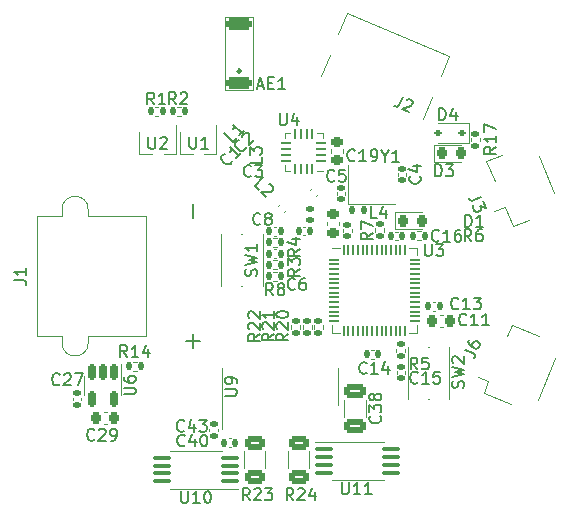
<source format=gto>
G04 #@! TF.GenerationSoftware,KiCad,Pcbnew,(7.0.0)*
G04 #@! TF.CreationDate,2023-03-23T23:46:18+08:00*
G04 #@! TF.ProjectId,ServoLess,53657276-6f4c-4657-9373-2e6b69636164,rev?*
G04 #@! TF.SameCoordinates,Original*
G04 #@! TF.FileFunction,Legend,Top*
G04 #@! TF.FilePolarity,Positive*
%FSLAX46Y46*%
G04 Gerber Fmt 4.6, Leading zero omitted, Abs format (unit mm)*
G04 Created by KiCad (PCBNEW (7.0.0)) date 2023-03-23 23:46:18*
%MOMM*%
%LPD*%
G01*
G04 APERTURE LIST*
G04 Aperture macros list*
%AMRoundRect*
0 Rectangle with rounded corners*
0 $1 Rounding radius*
0 $2 $3 $4 $5 $6 $7 $8 $9 X,Y pos of 4 corners*
0 Add a 4 corners polygon primitive as box body*
4,1,4,$2,$3,$4,$5,$6,$7,$8,$9,$2,$3,0*
0 Add four circle primitives for the rounded corners*
1,1,$1+$1,$2,$3*
1,1,$1+$1,$4,$5*
1,1,$1+$1,$6,$7*
1,1,$1+$1,$8,$9*
0 Add four rect primitives between the rounded corners*
20,1,$1+$1,$2,$3,$4,$5,0*
20,1,$1+$1,$4,$5,$6,$7,0*
20,1,$1+$1,$6,$7,$8,$9,0*
20,1,$1+$1,$8,$9,$2,$3,0*%
%AMHorizOval*
0 Thick line with rounded ends*
0 $1 width*
0 $2 $3 position (X,Y) of the first rounded end (center of the circle)*
0 $4 $5 position (X,Y) of the second rounded end (center of the circle)*
0 Add line between two ends*
20,1,$1,$2,$3,$4,$5,0*
0 Add two circle primitives to create the rounded ends*
1,1,$1,$2,$3*
1,1,$1,$4,$5*%
%AMRotRect*
0 Rectangle, with rotation*
0 The origin of the aperture is its center*
0 $1 length*
0 $2 width*
0 $3 Rotation angle, in degrees counterclockwise*
0 Add horizontal line*
21,1,$1,$2,0,0,$3*%
G04 Aperture macros list end*
%ADD10C,0.150000*%
%ADD11C,0.120000*%
%ADD12C,0.280000*%
%ADD13RoundRect,0.147500X-0.147500X-0.172500X0.147500X-0.172500X0.147500X0.172500X-0.147500X0.172500X0*%
%ADD14RoundRect,0.150000X-0.150000X0.512500X-0.150000X-0.512500X0.150000X-0.512500X0.150000X0.512500X0*%
%ADD15RoundRect,0.135000X-0.185000X0.135000X-0.185000X-0.135000X0.185000X-0.135000X0.185000X0.135000X0*%
%ADD16R,1.400000X1.200000*%
%ADD17RoundRect,0.135000X0.135000X0.185000X-0.135000X0.185000X-0.135000X-0.185000X0.135000X-0.185000X0*%
%ADD18RoundRect,0.150000X0.520022X-0.377759X0.634827X-0.100595X-0.520022X0.377759X-0.634827X0.100595X0*%
%ADD19RoundRect,0.250000X0.466582X-0.572102X0.734461X0.074614X-0.466582X0.572102X-0.734461X-0.074614X0*%
%ADD20RoundRect,0.218750X-0.218750X-0.256250X0.218750X-0.256250X0.218750X0.256250X-0.218750X0.256250X0*%
%ADD21RoundRect,0.140000X0.170000X-0.140000X0.170000X0.140000X-0.170000X0.140000X-0.170000X-0.140000X0*%
%ADD22RoundRect,0.225000X0.250000X-0.225000X0.250000X0.225000X-0.250000X0.225000X-0.250000X-0.225000X0*%
%ADD23R,0.650000X1.050000*%
%ADD24C,0.650000*%
%ADD25RotRect,0.600000X1.450000X157.500000*%
%ADD26RotRect,0.300000X1.450000X157.500000*%
%ADD27HorizOval,1.000000X0.210476X0.508134X-0.210476X-0.508134X0*%
%ADD28HorizOval,1.000000X0.114805X0.277164X-0.114805X-0.277164X0*%
%ADD29C,1.400000*%
%ADD30R,3.500000X3.500000*%
%ADD31C,3.500000*%
%ADD32RoundRect,0.140000X0.021213X-0.219203X0.219203X-0.021213X-0.021213X0.219203X-0.219203X0.021213X0*%
%ADD33RoundRect,0.135000X-0.135000X-0.185000X0.135000X-0.185000X0.135000X0.185000X-0.135000X0.185000X0*%
%ADD34RoundRect,0.140000X-0.140000X-0.170000X0.140000X-0.170000X0.140000X0.170000X-0.140000X0.170000X0*%
%ADD35RoundRect,0.147500X0.017678X-0.226274X0.226274X-0.017678X-0.017678X0.226274X-0.226274X0.017678X0*%
%ADD36R,0.650000X1.220000*%
%ADD37RoundRect,0.150000X0.704118X0.129296X0.589313X0.406460X-0.704118X-0.129296X-0.589313X-0.406460X0*%
%ADD38RoundRect,0.250000X1.111938X0.189982X0.920597X0.651922X-1.111938X-0.189982X-0.920597X-0.651922X0*%
%ADD39RoundRect,0.147500X-0.172500X0.147500X-0.172500X-0.147500X0.172500X-0.147500X0.172500X0.147500X0*%
%ADD40RoundRect,0.140000X-0.021213X0.219203X-0.219203X0.021213X0.021213X-0.219203X0.219203X-0.021213X0*%
%ADD41RoundRect,0.140000X0.140000X0.170000X-0.140000X0.170000X-0.140000X-0.170000X0.140000X-0.170000X0*%
%ADD42RoundRect,0.062500X0.325000X0.062500X-0.325000X0.062500X-0.325000X-0.062500X0.325000X-0.062500X0*%
%ADD43RoundRect,0.062500X0.062500X0.325000X-0.062500X0.325000X-0.062500X-0.325000X0.062500X-0.325000X0*%
%ADD44R,1.100000X1.100000*%
%ADD45RoundRect,0.250000X0.850000X0.250000X-0.850000X0.250000X-0.850000X-0.250000X0.850000X-0.250000X0*%
%ADD46RoundRect,0.225000X0.225000X0.250000X-0.225000X0.250000X-0.225000X-0.250000X0.225000X-0.250000X0*%
%ADD47RoundRect,0.100000X0.637500X0.100000X-0.637500X0.100000X-0.637500X-0.100000X0.637500X-0.100000X0*%
%ADD48RoundRect,0.250000X-0.625000X0.312500X-0.625000X-0.312500X0.625000X-0.312500X0.625000X0.312500X0*%
%ADD49RoundRect,0.135000X0.185000X-0.135000X0.185000X0.135000X-0.185000X0.135000X-0.185000X-0.135000X0*%
%ADD50RoundRect,0.140000X-0.170000X0.140000X-0.170000X-0.140000X0.170000X-0.140000X0.170000X0.140000X0*%
%ADD51RoundRect,0.225000X-0.225000X-0.250000X0.225000X-0.250000X0.225000X0.250000X-0.225000X0.250000X0*%
%ADD52R,0.449999X1.400000*%
%ADD53C,0.500000*%
%ADD54R,5.180000X3.099999*%
%ADD55RoundRect,0.250000X-0.650000X0.325000X-0.650000X-0.325000X0.650000X-0.325000X0.650000X0.325000X0*%
%ADD56RoundRect,0.050000X-0.387500X-0.050000X0.387500X-0.050000X0.387500X0.050000X-0.387500X0.050000X0*%
%ADD57RoundRect,0.050000X-0.050000X-0.387500X0.050000X-0.387500X0.050000X0.387500X-0.050000X0.387500X0*%
%ADD58R,5.600000X5.600000*%
%ADD59RoundRect,0.112500X0.187500X0.112500X-0.187500X0.112500X-0.187500X-0.112500X0.187500X-0.112500X0*%
%ADD60RoundRect,0.100000X-0.637500X-0.100000X0.637500X-0.100000X0.637500X0.100000X-0.637500X0.100000X0*%
%ADD61RoundRect,0.147500X-0.226274X-0.017678X-0.017678X-0.226274X0.226274X0.017678X0.017678X0.226274X0*%
G04 APERTURE END LIST*
D10*
X146333333Y-85267380D02*
X145857143Y-85267380D01*
X145857143Y-85267380D02*
X145857143Y-84267380D01*
X147095238Y-84600714D02*
X147095238Y-85267380D01*
X146857143Y-84219761D02*
X146619048Y-84934047D01*
X146619048Y-84934047D02*
X147238095Y-84934047D01*
X124917380Y-100211904D02*
X125726904Y-100211904D01*
X125726904Y-100211904D02*
X125822142Y-100164285D01*
X125822142Y-100164285D02*
X125869761Y-100116666D01*
X125869761Y-100116666D02*
X125917380Y-100021428D01*
X125917380Y-100021428D02*
X125917380Y-99830952D01*
X125917380Y-99830952D02*
X125869761Y-99735714D01*
X125869761Y-99735714D02*
X125822142Y-99688095D01*
X125822142Y-99688095D02*
X125726904Y-99640476D01*
X125726904Y-99640476D02*
X124917380Y-99640476D01*
X124917380Y-98735714D02*
X124917380Y-98926190D01*
X124917380Y-98926190D02*
X124965000Y-99021428D01*
X124965000Y-99021428D02*
X125012619Y-99069047D01*
X125012619Y-99069047D02*
X125155476Y-99164285D01*
X125155476Y-99164285D02*
X125345952Y-99211904D01*
X125345952Y-99211904D02*
X125726904Y-99211904D01*
X125726904Y-99211904D02*
X125822142Y-99164285D01*
X125822142Y-99164285D02*
X125869761Y-99116666D01*
X125869761Y-99116666D02*
X125917380Y-99021428D01*
X125917380Y-99021428D02*
X125917380Y-98830952D01*
X125917380Y-98830952D02*
X125869761Y-98735714D01*
X125869761Y-98735714D02*
X125822142Y-98688095D01*
X125822142Y-98688095D02*
X125726904Y-98640476D01*
X125726904Y-98640476D02*
X125488809Y-98640476D01*
X125488809Y-98640476D02*
X125393571Y-98688095D01*
X125393571Y-98688095D02*
X125345952Y-98735714D01*
X125345952Y-98735714D02*
X125298333Y-98830952D01*
X125298333Y-98830952D02*
X125298333Y-99021428D01*
X125298333Y-99021428D02*
X125345952Y-99116666D01*
X125345952Y-99116666D02*
X125393571Y-99164285D01*
X125393571Y-99164285D02*
X125488809Y-99211904D01*
X138842380Y-95067857D02*
X138366190Y-95401190D01*
X138842380Y-95639285D02*
X137842380Y-95639285D01*
X137842380Y-95639285D02*
X137842380Y-95258333D01*
X137842380Y-95258333D02*
X137890000Y-95163095D01*
X137890000Y-95163095D02*
X137937619Y-95115476D01*
X137937619Y-95115476D02*
X138032857Y-95067857D01*
X138032857Y-95067857D02*
X138175714Y-95067857D01*
X138175714Y-95067857D02*
X138270952Y-95115476D01*
X138270952Y-95115476D02*
X138318571Y-95163095D01*
X138318571Y-95163095D02*
X138366190Y-95258333D01*
X138366190Y-95258333D02*
X138366190Y-95639285D01*
X137937619Y-94686904D02*
X137890000Y-94639285D01*
X137890000Y-94639285D02*
X137842380Y-94544047D01*
X137842380Y-94544047D02*
X137842380Y-94305952D01*
X137842380Y-94305952D02*
X137890000Y-94210714D01*
X137890000Y-94210714D02*
X137937619Y-94163095D01*
X137937619Y-94163095D02*
X138032857Y-94115476D01*
X138032857Y-94115476D02*
X138128095Y-94115476D01*
X138128095Y-94115476D02*
X138270952Y-94163095D01*
X138270952Y-94163095D02*
X138842380Y-94734523D01*
X138842380Y-94734523D02*
X138842380Y-94115476D01*
X137842380Y-93496428D02*
X137842380Y-93401190D01*
X137842380Y-93401190D02*
X137890000Y-93305952D01*
X137890000Y-93305952D02*
X137937619Y-93258333D01*
X137937619Y-93258333D02*
X138032857Y-93210714D01*
X138032857Y-93210714D02*
X138223333Y-93163095D01*
X138223333Y-93163095D02*
X138461428Y-93163095D01*
X138461428Y-93163095D02*
X138651904Y-93210714D01*
X138651904Y-93210714D02*
X138747142Y-93258333D01*
X138747142Y-93258333D02*
X138794761Y-93305952D01*
X138794761Y-93305952D02*
X138842380Y-93401190D01*
X138842380Y-93401190D02*
X138842380Y-93496428D01*
X138842380Y-93496428D02*
X138794761Y-93591666D01*
X138794761Y-93591666D02*
X138747142Y-93639285D01*
X138747142Y-93639285D02*
X138651904Y-93686904D01*
X138651904Y-93686904D02*
X138461428Y-93734523D01*
X138461428Y-93734523D02*
X138223333Y-93734523D01*
X138223333Y-93734523D02*
X138032857Y-93686904D01*
X138032857Y-93686904D02*
X137937619Y-93639285D01*
X137937619Y-93639285D02*
X137890000Y-93591666D01*
X137890000Y-93591666D02*
X137842380Y-93496428D01*
X147048809Y-80041190D02*
X147048809Y-80517380D01*
X146715476Y-79517380D02*
X147048809Y-80041190D01*
X147048809Y-80041190D02*
X147382142Y-79517380D01*
X148239285Y-80517380D02*
X147667857Y-80517380D01*
X147953571Y-80517380D02*
X147953571Y-79517380D01*
X147953571Y-79517380D02*
X147858333Y-79660238D01*
X147858333Y-79660238D02*
X147763095Y-79755476D01*
X147763095Y-79755476D02*
X147667857Y-79803095D01*
X137558333Y-91817380D02*
X137225000Y-91341190D01*
X136986905Y-91817380D02*
X136986905Y-90817380D01*
X136986905Y-90817380D02*
X137367857Y-90817380D01*
X137367857Y-90817380D02*
X137463095Y-90865000D01*
X137463095Y-90865000D02*
X137510714Y-90912619D01*
X137510714Y-90912619D02*
X137558333Y-91007857D01*
X137558333Y-91007857D02*
X137558333Y-91150714D01*
X137558333Y-91150714D02*
X137510714Y-91245952D01*
X137510714Y-91245952D02*
X137463095Y-91293571D01*
X137463095Y-91293571D02*
X137367857Y-91341190D01*
X137367857Y-91341190D02*
X136986905Y-91341190D01*
X138129762Y-91245952D02*
X138034524Y-91198333D01*
X138034524Y-91198333D02*
X137986905Y-91150714D01*
X137986905Y-91150714D02*
X137939286Y-91055476D01*
X137939286Y-91055476D02*
X137939286Y-91007857D01*
X137939286Y-91007857D02*
X137986905Y-90912619D01*
X137986905Y-90912619D02*
X138034524Y-90865000D01*
X138034524Y-90865000D02*
X138129762Y-90817380D01*
X138129762Y-90817380D02*
X138320238Y-90817380D01*
X138320238Y-90817380D02*
X138415476Y-90865000D01*
X138415476Y-90865000D02*
X138463095Y-90912619D01*
X138463095Y-90912619D02*
X138510714Y-91007857D01*
X138510714Y-91007857D02*
X138510714Y-91055476D01*
X138510714Y-91055476D02*
X138463095Y-91150714D01*
X138463095Y-91150714D02*
X138415476Y-91198333D01*
X138415476Y-91198333D02*
X138320238Y-91245952D01*
X138320238Y-91245952D02*
X138129762Y-91245952D01*
X138129762Y-91245952D02*
X138034524Y-91293571D01*
X138034524Y-91293571D02*
X137986905Y-91341190D01*
X137986905Y-91341190D02*
X137939286Y-91436428D01*
X137939286Y-91436428D02*
X137939286Y-91626904D01*
X137939286Y-91626904D02*
X137986905Y-91722142D01*
X137986905Y-91722142D02*
X138034524Y-91769761D01*
X138034524Y-91769761D02*
X138129762Y-91817380D01*
X138129762Y-91817380D02*
X138320238Y-91817380D01*
X138320238Y-91817380D02*
X138415476Y-91769761D01*
X138415476Y-91769761D02*
X138463095Y-91722142D01*
X138463095Y-91722142D02*
X138510714Y-91626904D01*
X138510714Y-91626904D02*
X138510714Y-91436428D01*
X138510714Y-91436428D02*
X138463095Y-91341190D01*
X138463095Y-91341190D02*
X138415476Y-91293571D01*
X138415476Y-91293571D02*
X138320238Y-91245952D01*
X153835934Y-96417787D02*
X154495847Y-96691132D01*
X154495847Y-96691132D02*
X154609607Y-96789795D01*
X154609607Y-96789795D02*
X154661150Y-96914230D01*
X154661150Y-96914230D02*
X154650475Y-97064436D01*
X154650475Y-97064436D02*
X154614029Y-97152424D01*
X154182171Y-95581895D02*
X154109279Y-95757872D01*
X154109279Y-95757872D02*
X154116827Y-95864084D01*
X154116827Y-95864084D02*
X154142598Y-95926301D01*
X154142598Y-95926301D02*
X154238135Y-96068959D01*
X154238135Y-96068959D02*
X154395889Y-96185845D01*
X154395889Y-96185845D02*
X154747843Y-96331629D01*
X154747843Y-96331629D02*
X154854055Y-96324081D01*
X154854055Y-96324081D02*
X154916272Y-96298310D01*
X154916272Y-96298310D02*
X154996712Y-96228544D01*
X154996712Y-96228544D02*
X155069604Y-96052567D01*
X155069604Y-96052567D02*
X155062056Y-95946356D01*
X155062056Y-95946356D02*
X155036285Y-95884139D01*
X155036285Y-95884139D02*
X154966520Y-95803698D01*
X154966520Y-95803698D02*
X154746548Y-95712583D01*
X154746548Y-95712583D02*
X154640337Y-95720131D01*
X154640337Y-95720131D02*
X154578119Y-95745903D01*
X154578119Y-95745903D02*
X154497679Y-95815668D01*
X154497679Y-95815668D02*
X154424787Y-95991645D01*
X154424787Y-95991645D02*
X154432335Y-96097857D01*
X154432335Y-96097857D02*
X154458106Y-96160074D01*
X154458106Y-96160074D02*
X154527872Y-96240514D01*
X153811905Y-86017380D02*
X153811905Y-85017380D01*
X153811905Y-85017380D02*
X154050000Y-85017380D01*
X154050000Y-85017380D02*
X154192857Y-85065000D01*
X154192857Y-85065000D02*
X154288095Y-85160238D01*
X154288095Y-85160238D02*
X154335714Y-85255476D01*
X154335714Y-85255476D02*
X154383333Y-85445952D01*
X154383333Y-85445952D02*
X154383333Y-85588809D01*
X154383333Y-85588809D02*
X154335714Y-85779285D01*
X154335714Y-85779285D02*
X154288095Y-85874523D01*
X154288095Y-85874523D02*
X154192857Y-85969761D01*
X154192857Y-85969761D02*
X154050000Y-86017380D01*
X154050000Y-86017380D02*
X153811905Y-86017380D01*
X155335714Y-86017380D02*
X154764286Y-86017380D01*
X155050000Y-86017380D02*
X155050000Y-85017380D01*
X155050000Y-85017380D02*
X154954762Y-85160238D01*
X154954762Y-85160238D02*
X154859524Y-85255476D01*
X154859524Y-85255476D02*
X154764286Y-85303095D01*
X149972142Y-81741666D02*
X150019761Y-81789285D01*
X150019761Y-81789285D02*
X150067380Y-81932142D01*
X150067380Y-81932142D02*
X150067380Y-82027380D01*
X150067380Y-82027380D02*
X150019761Y-82170237D01*
X150019761Y-82170237D02*
X149924523Y-82265475D01*
X149924523Y-82265475D02*
X149829285Y-82313094D01*
X149829285Y-82313094D02*
X149638809Y-82360713D01*
X149638809Y-82360713D02*
X149495952Y-82360713D01*
X149495952Y-82360713D02*
X149305476Y-82313094D01*
X149305476Y-82313094D02*
X149210238Y-82265475D01*
X149210238Y-82265475D02*
X149115000Y-82170237D01*
X149115000Y-82170237D02*
X149067380Y-82027380D01*
X149067380Y-82027380D02*
X149067380Y-81932142D01*
X149067380Y-81932142D02*
X149115000Y-81789285D01*
X149115000Y-81789285D02*
X149162619Y-81741666D01*
X149400714Y-80884523D02*
X150067380Y-80884523D01*
X149019761Y-81122618D02*
X149734047Y-81360713D01*
X149734047Y-81360713D02*
X149734047Y-80741666D01*
X136159761Y-90183332D02*
X136207380Y-90040475D01*
X136207380Y-90040475D02*
X136207380Y-89802380D01*
X136207380Y-89802380D02*
X136159761Y-89707142D01*
X136159761Y-89707142D02*
X136112142Y-89659523D01*
X136112142Y-89659523D02*
X136016904Y-89611904D01*
X136016904Y-89611904D02*
X135921666Y-89611904D01*
X135921666Y-89611904D02*
X135826428Y-89659523D01*
X135826428Y-89659523D02*
X135778809Y-89707142D01*
X135778809Y-89707142D02*
X135731190Y-89802380D01*
X135731190Y-89802380D02*
X135683571Y-89992856D01*
X135683571Y-89992856D02*
X135635952Y-90088094D01*
X135635952Y-90088094D02*
X135588333Y-90135713D01*
X135588333Y-90135713D02*
X135493095Y-90183332D01*
X135493095Y-90183332D02*
X135397857Y-90183332D01*
X135397857Y-90183332D02*
X135302619Y-90135713D01*
X135302619Y-90135713D02*
X135255000Y-90088094D01*
X135255000Y-90088094D02*
X135207380Y-89992856D01*
X135207380Y-89992856D02*
X135207380Y-89754761D01*
X135207380Y-89754761D02*
X135255000Y-89611904D01*
X135207380Y-89278570D02*
X136207380Y-89040475D01*
X136207380Y-89040475D02*
X135493095Y-88849999D01*
X135493095Y-88849999D02*
X136207380Y-88659523D01*
X136207380Y-88659523D02*
X135207380Y-88421428D01*
X136207380Y-87516666D02*
X136207380Y-88088094D01*
X136207380Y-87802380D02*
X135207380Y-87802380D01*
X135207380Y-87802380D02*
X135350238Y-87897618D01*
X135350238Y-87897618D02*
X135445476Y-87992856D01*
X135445476Y-87992856D02*
X135493095Y-88088094D01*
X148534132Y-75012975D02*
X148260787Y-75672888D01*
X148260787Y-75672888D02*
X148162124Y-75786648D01*
X148162124Y-75786648D02*
X148037689Y-75838191D01*
X148037689Y-75838191D02*
X147887483Y-75827516D01*
X147887483Y-75827516D02*
X147799495Y-75791070D01*
X148893635Y-75264970D02*
X148955852Y-75239199D01*
X148955852Y-75239199D02*
X149062064Y-75231651D01*
X149062064Y-75231651D02*
X149282035Y-75322766D01*
X149282035Y-75322766D02*
X149351801Y-75403206D01*
X149351801Y-75403206D02*
X149377572Y-75465424D01*
X149377572Y-75465424D02*
X149385120Y-75571635D01*
X149385120Y-75571635D02*
X149348674Y-75659624D01*
X149348674Y-75659624D02*
X149250011Y-75773383D01*
X149250011Y-75773383D02*
X148503403Y-76082638D01*
X148503403Y-76082638D02*
X149075329Y-76319538D01*
X129348333Y-75642380D02*
X129015000Y-75166190D01*
X128776905Y-75642380D02*
X128776905Y-74642380D01*
X128776905Y-74642380D02*
X129157857Y-74642380D01*
X129157857Y-74642380D02*
X129253095Y-74690000D01*
X129253095Y-74690000D02*
X129300714Y-74737619D01*
X129300714Y-74737619D02*
X129348333Y-74832857D01*
X129348333Y-74832857D02*
X129348333Y-74975714D01*
X129348333Y-74975714D02*
X129300714Y-75070952D01*
X129300714Y-75070952D02*
X129253095Y-75118571D01*
X129253095Y-75118571D02*
X129157857Y-75166190D01*
X129157857Y-75166190D02*
X128776905Y-75166190D01*
X129729286Y-74737619D02*
X129776905Y-74690000D01*
X129776905Y-74690000D02*
X129872143Y-74642380D01*
X129872143Y-74642380D02*
X130110238Y-74642380D01*
X130110238Y-74642380D02*
X130205476Y-74690000D01*
X130205476Y-74690000D02*
X130253095Y-74737619D01*
X130253095Y-74737619D02*
X130300714Y-74832857D01*
X130300714Y-74832857D02*
X130300714Y-74928095D01*
X130300714Y-74928095D02*
X130253095Y-75070952D01*
X130253095Y-75070952D02*
X129681667Y-75642380D01*
X129681667Y-75642380D02*
X130300714Y-75642380D01*
X139817380Y-87916666D02*
X139341190Y-88249999D01*
X139817380Y-88488094D02*
X138817380Y-88488094D01*
X138817380Y-88488094D02*
X138817380Y-88107142D01*
X138817380Y-88107142D02*
X138865000Y-88011904D01*
X138865000Y-88011904D02*
X138912619Y-87964285D01*
X138912619Y-87964285D02*
X139007857Y-87916666D01*
X139007857Y-87916666D02*
X139150714Y-87916666D01*
X139150714Y-87916666D02*
X139245952Y-87964285D01*
X139245952Y-87964285D02*
X139293571Y-88011904D01*
X139293571Y-88011904D02*
X139341190Y-88107142D01*
X139341190Y-88107142D02*
X139341190Y-88488094D01*
X139150714Y-87059523D02*
X139817380Y-87059523D01*
X138769761Y-87297618D02*
X139484047Y-87535713D01*
X139484047Y-87535713D02*
X139484047Y-86916666D01*
X115667380Y-90533333D02*
X116381666Y-90533333D01*
X116381666Y-90533333D02*
X116524523Y-90580952D01*
X116524523Y-90580952D02*
X116619761Y-90676190D01*
X116619761Y-90676190D02*
X116667380Y-90819047D01*
X116667380Y-90819047D02*
X116667380Y-90914285D01*
X116667380Y-89533333D02*
X116667380Y-90104761D01*
X116667380Y-89819047D02*
X115667380Y-89819047D01*
X115667380Y-89819047D02*
X115810238Y-89914285D01*
X115810238Y-89914285D02*
X115905476Y-90009523D01*
X115905476Y-90009523D02*
X115953095Y-90104761D01*
X130779642Y-85271428D02*
X130779642Y-84128571D01*
X130779642Y-96271428D02*
X130779642Y-95128571D01*
X131351071Y-95699999D02*
X130208214Y-95699999D01*
X135249583Y-79260284D02*
X135249583Y-79327628D01*
X135249583Y-79327628D02*
X135182239Y-79462315D01*
X135182239Y-79462315D02*
X135114896Y-79529658D01*
X135114896Y-79529658D02*
X134980209Y-79597002D01*
X134980209Y-79597002D02*
X134845522Y-79597002D01*
X134845522Y-79597002D02*
X134744506Y-79563330D01*
X134744506Y-79563330D02*
X134576148Y-79462315D01*
X134576148Y-79462315D02*
X134475132Y-79361300D01*
X134475132Y-79361300D02*
X134374117Y-79192941D01*
X134374117Y-79192941D02*
X134340445Y-79091926D01*
X134340445Y-79091926D02*
X134340445Y-78957239D01*
X134340445Y-78957239D02*
X134407789Y-78822552D01*
X134407789Y-78822552D02*
X134475132Y-78755208D01*
X134475132Y-78755208D02*
X134609819Y-78687865D01*
X134609819Y-78687865D02*
X134677163Y-78687865D01*
X134946537Y-78418491D02*
X134946537Y-78351147D01*
X134946537Y-78351147D02*
X134980209Y-78250132D01*
X134980209Y-78250132D02*
X135148568Y-78081773D01*
X135148568Y-78081773D02*
X135249583Y-78048101D01*
X135249583Y-78048101D02*
X135316926Y-78048101D01*
X135316926Y-78048101D02*
X135417942Y-78081773D01*
X135417942Y-78081773D02*
X135485285Y-78149117D01*
X135485285Y-78149117D02*
X135552629Y-78283804D01*
X135552629Y-78283804D02*
X135552629Y-79091926D01*
X135552629Y-79091926D02*
X135990361Y-78654193D01*
X154358333Y-87242380D02*
X154025000Y-86766190D01*
X153786905Y-87242380D02*
X153786905Y-86242380D01*
X153786905Y-86242380D02*
X154167857Y-86242380D01*
X154167857Y-86242380D02*
X154263095Y-86290000D01*
X154263095Y-86290000D02*
X154310714Y-86337619D01*
X154310714Y-86337619D02*
X154358333Y-86432857D01*
X154358333Y-86432857D02*
X154358333Y-86575714D01*
X154358333Y-86575714D02*
X154310714Y-86670952D01*
X154310714Y-86670952D02*
X154263095Y-86718571D01*
X154263095Y-86718571D02*
X154167857Y-86766190D01*
X154167857Y-86766190D02*
X153786905Y-86766190D01*
X155215476Y-86242380D02*
X155025000Y-86242380D01*
X155025000Y-86242380D02*
X154929762Y-86290000D01*
X154929762Y-86290000D02*
X154882143Y-86337619D01*
X154882143Y-86337619D02*
X154786905Y-86480476D01*
X154786905Y-86480476D02*
X154739286Y-86670952D01*
X154739286Y-86670952D02*
X154739286Y-87051904D01*
X154739286Y-87051904D02*
X154786905Y-87147142D01*
X154786905Y-87147142D02*
X154834524Y-87194761D01*
X154834524Y-87194761D02*
X154929762Y-87242380D01*
X154929762Y-87242380D02*
X155120238Y-87242380D01*
X155120238Y-87242380D02*
X155215476Y-87194761D01*
X155215476Y-87194761D02*
X155263095Y-87147142D01*
X155263095Y-87147142D02*
X155310714Y-87051904D01*
X155310714Y-87051904D02*
X155310714Y-86813809D01*
X155310714Y-86813809D02*
X155263095Y-86718571D01*
X155263095Y-86718571D02*
X155215476Y-86670952D01*
X155215476Y-86670952D02*
X155120238Y-86623333D01*
X155120238Y-86623333D02*
X154929762Y-86623333D01*
X154929762Y-86623333D02*
X154834524Y-86670952D01*
X154834524Y-86670952D02*
X154786905Y-86718571D01*
X154786905Y-86718571D02*
X154739286Y-86813809D01*
X130082142Y-104522142D02*
X130034523Y-104569761D01*
X130034523Y-104569761D02*
X129891666Y-104617380D01*
X129891666Y-104617380D02*
X129796428Y-104617380D01*
X129796428Y-104617380D02*
X129653571Y-104569761D01*
X129653571Y-104569761D02*
X129558333Y-104474523D01*
X129558333Y-104474523D02*
X129510714Y-104379285D01*
X129510714Y-104379285D02*
X129463095Y-104188809D01*
X129463095Y-104188809D02*
X129463095Y-104045952D01*
X129463095Y-104045952D02*
X129510714Y-103855476D01*
X129510714Y-103855476D02*
X129558333Y-103760238D01*
X129558333Y-103760238D02*
X129653571Y-103665000D01*
X129653571Y-103665000D02*
X129796428Y-103617380D01*
X129796428Y-103617380D02*
X129891666Y-103617380D01*
X129891666Y-103617380D02*
X130034523Y-103665000D01*
X130034523Y-103665000D02*
X130082142Y-103712619D01*
X130939285Y-103950714D02*
X130939285Y-104617380D01*
X130701190Y-103569761D02*
X130463095Y-104284047D01*
X130463095Y-104284047D02*
X131082142Y-104284047D01*
X131653571Y-103617380D02*
X131748809Y-103617380D01*
X131748809Y-103617380D02*
X131844047Y-103665000D01*
X131844047Y-103665000D02*
X131891666Y-103712619D01*
X131891666Y-103712619D02*
X131939285Y-103807857D01*
X131939285Y-103807857D02*
X131986904Y-103998333D01*
X131986904Y-103998333D02*
X131986904Y-104236428D01*
X131986904Y-104236428D02*
X131939285Y-104426904D01*
X131939285Y-104426904D02*
X131891666Y-104522142D01*
X131891666Y-104522142D02*
X131844047Y-104569761D01*
X131844047Y-104569761D02*
X131748809Y-104617380D01*
X131748809Y-104617380D02*
X131653571Y-104617380D01*
X131653571Y-104617380D02*
X131558333Y-104569761D01*
X131558333Y-104569761D02*
X131510714Y-104522142D01*
X131510714Y-104522142D02*
X131463095Y-104426904D01*
X131463095Y-104426904D02*
X131415476Y-104236428D01*
X131415476Y-104236428D02*
X131415476Y-103998333D01*
X131415476Y-103998333D02*
X131463095Y-103807857D01*
X131463095Y-103807857D02*
X131510714Y-103712619D01*
X131510714Y-103712619D02*
X131558333Y-103665000D01*
X131558333Y-103665000D02*
X131653571Y-103617380D01*
X134491926Y-78477628D02*
X134155209Y-78814345D01*
X134155209Y-78814345D02*
X133448102Y-78107239D01*
X135098018Y-77871536D02*
X134693957Y-78275597D01*
X134895987Y-78073567D02*
X134188881Y-77366460D01*
X134188881Y-77366460D02*
X134222552Y-77534819D01*
X134222552Y-77534819D02*
X134222552Y-77669506D01*
X134222552Y-77669506D02*
X134188881Y-77770521D01*
X130488095Y-78402380D02*
X130488095Y-79211904D01*
X130488095Y-79211904D02*
X130535714Y-79307142D01*
X130535714Y-79307142D02*
X130583333Y-79354761D01*
X130583333Y-79354761D02*
X130678571Y-79402380D01*
X130678571Y-79402380D02*
X130869047Y-79402380D01*
X130869047Y-79402380D02*
X130964285Y-79354761D01*
X130964285Y-79354761D02*
X131011904Y-79307142D01*
X131011904Y-79307142D02*
X131059523Y-79211904D01*
X131059523Y-79211904D02*
X131059523Y-78402380D01*
X132059523Y-79402380D02*
X131488095Y-79402380D01*
X131773809Y-79402380D02*
X131773809Y-78402380D01*
X131773809Y-78402380D02*
X131678571Y-78545238D01*
X131678571Y-78545238D02*
X131583333Y-78640476D01*
X131583333Y-78640476D02*
X131488095Y-78688095D01*
X155203772Y-83517412D02*
X154543858Y-83790757D01*
X154543858Y-83790757D02*
X154393652Y-83801432D01*
X154393652Y-83801432D02*
X154269218Y-83749889D01*
X154269218Y-83749889D02*
X154170554Y-83636130D01*
X154170554Y-83636130D02*
X154134108Y-83548141D01*
X155349556Y-83869366D02*
X155586456Y-84441291D01*
X155586456Y-84441291D02*
X155106940Y-84279116D01*
X155106940Y-84279116D02*
X155161609Y-84411099D01*
X155161609Y-84411099D02*
X155154061Y-84517310D01*
X155154061Y-84517310D02*
X155128290Y-84579527D01*
X155128290Y-84579527D02*
X155058524Y-84659968D01*
X155058524Y-84659968D02*
X154838553Y-84751083D01*
X154838553Y-84751083D02*
X154732342Y-84743535D01*
X154732342Y-84743535D02*
X154670124Y-84717763D01*
X154670124Y-84717763D02*
X154589684Y-84647998D01*
X154589684Y-84647998D02*
X154480346Y-84384032D01*
X154480346Y-84384032D02*
X154487894Y-84277821D01*
X154487894Y-84277821D02*
X154513665Y-84215603D01*
X136592380Y-80141666D02*
X136592380Y-80617856D01*
X136592380Y-80617856D02*
X135592380Y-80617856D01*
X135592380Y-79903570D02*
X135592380Y-79284523D01*
X135592380Y-79284523D02*
X135973333Y-79617856D01*
X135973333Y-79617856D02*
X135973333Y-79474999D01*
X135973333Y-79474999D02*
X136020952Y-79379761D01*
X136020952Y-79379761D02*
X136068571Y-79332142D01*
X136068571Y-79332142D02*
X136163809Y-79284523D01*
X136163809Y-79284523D02*
X136401904Y-79284523D01*
X136401904Y-79284523D02*
X136497142Y-79332142D01*
X136497142Y-79332142D02*
X136544761Y-79379761D01*
X136544761Y-79379761D02*
X136592380Y-79474999D01*
X136592380Y-79474999D02*
X136592380Y-79760713D01*
X136592380Y-79760713D02*
X136544761Y-79855951D01*
X136544761Y-79855951D02*
X136497142Y-79903570D01*
X144482142Y-80372142D02*
X144434523Y-80419761D01*
X144434523Y-80419761D02*
X144291666Y-80467380D01*
X144291666Y-80467380D02*
X144196428Y-80467380D01*
X144196428Y-80467380D02*
X144053571Y-80419761D01*
X144053571Y-80419761D02*
X143958333Y-80324523D01*
X143958333Y-80324523D02*
X143910714Y-80229285D01*
X143910714Y-80229285D02*
X143863095Y-80038809D01*
X143863095Y-80038809D02*
X143863095Y-79895952D01*
X143863095Y-79895952D02*
X143910714Y-79705476D01*
X143910714Y-79705476D02*
X143958333Y-79610238D01*
X143958333Y-79610238D02*
X144053571Y-79515000D01*
X144053571Y-79515000D02*
X144196428Y-79467380D01*
X144196428Y-79467380D02*
X144291666Y-79467380D01*
X144291666Y-79467380D02*
X144434523Y-79515000D01*
X144434523Y-79515000D02*
X144482142Y-79562619D01*
X145434523Y-80467380D02*
X144863095Y-80467380D01*
X145148809Y-80467380D02*
X145148809Y-79467380D01*
X145148809Y-79467380D02*
X145053571Y-79610238D01*
X145053571Y-79610238D02*
X144958333Y-79705476D01*
X144958333Y-79705476D02*
X144863095Y-79753095D01*
X145910714Y-80467380D02*
X146101190Y-80467380D01*
X146101190Y-80467380D02*
X146196428Y-80419761D01*
X146196428Y-80419761D02*
X146244047Y-80372142D01*
X146244047Y-80372142D02*
X146339285Y-80229285D01*
X146339285Y-80229285D02*
X146386904Y-80038809D01*
X146386904Y-80038809D02*
X146386904Y-79657857D01*
X146386904Y-79657857D02*
X146339285Y-79562619D01*
X146339285Y-79562619D02*
X146291666Y-79515000D01*
X146291666Y-79515000D02*
X146196428Y-79467380D01*
X146196428Y-79467380D02*
X146005952Y-79467380D01*
X146005952Y-79467380D02*
X145910714Y-79515000D01*
X145910714Y-79515000D02*
X145863095Y-79562619D01*
X145863095Y-79562619D02*
X145815476Y-79657857D01*
X145815476Y-79657857D02*
X145815476Y-79895952D01*
X145815476Y-79895952D02*
X145863095Y-79991190D01*
X145863095Y-79991190D02*
X145910714Y-80038809D01*
X145910714Y-80038809D02*
X146005952Y-80086428D01*
X146005952Y-80086428D02*
X146196428Y-80086428D01*
X146196428Y-80086428D02*
X146291666Y-80038809D01*
X146291666Y-80038809D02*
X146339285Y-79991190D01*
X146339285Y-79991190D02*
X146386904Y-79895952D01*
X134099583Y-80410284D02*
X134099583Y-80477628D01*
X134099583Y-80477628D02*
X134032239Y-80612315D01*
X134032239Y-80612315D02*
X133964896Y-80679658D01*
X133964896Y-80679658D02*
X133830209Y-80747002D01*
X133830209Y-80747002D02*
X133695522Y-80747002D01*
X133695522Y-80747002D02*
X133594506Y-80713330D01*
X133594506Y-80713330D02*
X133426148Y-80612315D01*
X133426148Y-80612315D02*
X133325132Y-80511300D01*
X133325132Y-80511300D02*
X133224117Y-80342941D01*
X133224117Y-80342941D02*
X133190445Y-80241926D01*
X133190445Y-80241926D02*
X133190445Y-80107239D01*
X133190445Y-80107239D02*
X133257789Y-79972552D01*
X133257789Y-79972552D02*
X133325132Y-79905208D01*
X133325132Y-79905208D02*
X133459819Y-79837865D01*
X133459819Y-79837865D02*
X133527163Y-79837865D01*
X134840361Y-79804193D02*
X134436300Y-80208254D01*
X134638331Y-80006223D02*
X133931224Y-79299117D01*
X133931224Y-79299117D02*
X133964896Y-79467475D01*
X133964896Y-79467475D02*
X133964896Y-79602162D01*
X133964896Y-79602162D02*
X133931224Y-79703178D01*
X139408333Y-91272142D02*
X139360714Y-91319761D01*
X139360714Y-91319761D02*
X139217857Y-91367380D01*
X139217857Y-91367380D02*
X139122619Y-91367380D01*
X139122619Y-91367380D02*
X138979762Y-91319761D01*
X138979762Y-91319761D02*
X138884524Y-91224523D01*
X138884524Y-91224523D02*
X138836905Y-91129285D01*
X138836905Y-91129285D02*
X138789286Y-90938809D01*
X138789286Y-90938809D02*
X138789286Y-90795952D01*
X138789286Y-90795952D02*
X138836905Y-90605476D01*
X138836905Y-90605476D02*
X138884524Y-90510238D01*
X138884524Y-90510238D02*
X138979762Y-90415000D01*
X138979762Y-90415000D02*
X139122619Y-90367380D01*
X139122619Y-90367380D02*
X139217857Y-90367380D01*
X139217857Y-90367380D02*
X139360714Y-90415000D01*
X139360714Y-90415000D02*
X139408333Y-90462619D01*
X140265476Y-90367380D02*
X140075000Y-90367380D01*
X140075000Y-90367380D02*
X139979762Y-90415000D01*
X139979762Y-90415000D02*
X139932143Y-90462619D01*
X139932143Y-90462619D02*
X139836905Y-90605476D01*
X139836905Y-90605476D02*
X139789286Y-90795952D01*
X139789286Y-90795952D02*
X139789286Y-91176904D01*
X139789286Y-91176904D02*
X139836905Y-91272142D01*
X139836905Y-91272142D02*
X139884524Y-91319761D01*
X139884524Y-91319761D02*
X139979762Y-91367380D01*
X139979762Y-91367380D02*
X140170238Y-91367380D01*
X140170238Y-91367380D02*
X140265476Y-91319761D01*
X140265476Y-91319761D02*
X140313095Y-91272142D01*
X140313095Y-91272142D02*
X140360714Y-91176904D01*
X140360714Y-91176904D02*
X140360714Y-90938809D01*
X140360714Y-90938809D02*
X140313095Y-90843571D01*
X140313095Y-90843571D02*
X140265476Y-90795952D01*
X140265476Y-90795952D02*
X140170238Y-90748333D01*
X140170238Y-90748333D02*
X139979762Y-90748333D01*
X139979762Y-90748333D02*
X139884524Y-90795952D01*
X139884524Y-90795952D02*
X139836905Y-90843571D01*
X139836905Y-90843571D02*
X139789286Y-90938809D01*
X119482142Y-99347142D02*
X119434523Y-99394761D01*
X119434523Y-99394761D02*
X119291666Y-99442380D01*
X119291666Y-99442380D02*
X119196428Y-99442380D01*
X119196428Y-99442380D02*
X119053571Y-99394761D01*
X119053571Y-99394761D02*
X118958333Y-99299523D01*
X118958333Y-99299523D02*
X118910714Y-99204285D01*
X118910714Y-99204285D02*
X118863095Y-99013809D01*
X118863095Y-99013809D02*
X118863095Y-98870952D01*
X118863095Y-98870952D02*
X118910714Y-98680476D01*
X118910714Y-98680476D02*
X118958333Y-98585238D01*
X118958333Y-98585238D02*
X119053571Y-98490000D01*
X119053571Y-98490000D02*
X119196428Y-98442380D01*
X119196428Y-98442380D02*
X119291666Y-98442380D01*
X119291666Y-98442380D02*
X119434523Y-98490000D01*
X119434523Y-98490000D02*
X119482142Y-98537619D01*
X119863095Y-98537619D02*
X119910714Y-98490000D01*
X119910714Y-98490000D02*
X120005952Y-98442380D01*
X120005952Y-98442380D02*
X120244047Y-98442380D01*
X120244047Y-98442380D02*
X120339285Y-98490000D01*
X120339285Y-98490000D02*
X120386904Y-98537619D01*
X120386904Y-98537619D02*
X120434523Y-98632857D01*
X120434523Y-98632857D02*
X120434523Y-98728095D01*
X120434523Y-98728095D02*
X120386904Y-98870952D01*
X120386904Y-98870952D02*
X119815476Y-99442380D01*
X119815476Y-99442380D02*
X120434523Y-99442380D01*
X120767857Y-98442380D02*
X121434523Y-98442380D01*
X121434523Y-98442380D02*
X121005952Y-99442380D01*
X137642380Y-95067857D02*
X137166190Y-95401190D01*
X137642380Y-95639285D02*
X136642380Y-95639285D01*
X136642380Y-95639285D02*
X136642380Y-95258333D01*
X136642380Y-95258333D02*
X136690000Y-95163095D01*
X136690000Y-95163095D02*
X136737619Y-95115476D01*
X136737619Y-95115476D02*
X136832857Y-95067857D01*
X136832857Y-95067857D02*
X136975714Y-95067857D01*
X136975714Y-95067857D02*
X137070952Y-95115476D01*
X137070952Y-95115476D02*
X137118571Y-95163095D01*
X137118571Y-95163095D02*
X137166190Y-95258333D01*
X137166190Y-95258333D02*
X137166190Y-95639285D01*
X136737619Y-94686904D02*
X136690000Y-94639285D01*
X136690000Y-94639285D02*
X136642380Y-94544047D01*
X136642380Y-94544047D02*
X136642380Y-94305952D01*
X136642380Y-94305952D02*
X136690000Y-94210714D01*
X136690000Y-94210714D02*
X136737619Y-94163095D01*
X136737619Y-94163095D02*
X136832857Y-94115476D01*
X136832857Y-94115476D02*
X136928095Y-94115476D01*
X136928095Y-94115476D02*
X137070952Y-94163095D01*
X137070952Y-94163095D02*
X137642380Y-94734523D01*
X137642380Y-94734523D02*
X137642380Y-94115476D01*
X137642380Y-93163095D02*
X137642380Y-93734523D01*
X137642380Y-93448809D02*
X136642380Y-93448809D01*
X136642380Y-93448809D02*
X136785238Y-93544047D01*
X136785238Y-93544047D02*
X136880476Y-93639285D01*
X136880476Y-93639285D02*
X136928095Y-93734523D01*
X127498333Y-75667380D02*
X127165000Y-75191190D01*
X126926905Y-75667380D02*
X126926905Y-74667380D01*
X126926905Y-74667380D02*
X127307857Y-74667380D01*
X127307857Y-74667380D02*
X127403095Y-74715000D01*
X127403095Y-74715000D02*
X127450714Y-74762619D01*
X127450714Y-74762619D02*
X127498333Y-74857857D01*
X127498333Y-74857857D02*
X127498333Y-75000714D01*
X127498333Y-75000714D02*
X127450714Y-75095952D01*
X127450714Y-75095952D02*
X127403095Y-75143571D01*
X127403095Y-75143571D02*
X127307857Y-75191190D01*
X127307857Y-75191190D02*
X126926905Y-75191190D01*
X128450714Y-75667380D02*
X127879286Y-75667380D01*
X128165000Y-75667380D02*
X128165000Y-74667380D01*
X128165000Y-74667380D02*
X128069762Y-74810238D01*
X128069762Y-74810238D02*
X127974524Y-74905476D01*
X127974524Y-74905476D02*
X127879286Y-74953095D01*
X138138095Y-76417380D02*
X138138095Y-77226904D01*
X138138095Y-77226904D02*
X138185714Y-77322142D01*
X138185714Y-77322142D02*
X138233333Y-77369761D01*
X138233333Y-77369761D02*
X138328571Y-77417380D01*
X138328571Y-77417380D02*
X138519047Y-77417380D01*
X138519047Y-77417380D02*
X138614285Y-77369761D01*
X138614285Y-77369761D02*
X138661904Y-77322142D01*
X138661904Y-77322142D02*
X138709523Y-77226904D01*
X138709523Y-77226904D02*
X138709523Y-76417380D01*
X139614285Y-76750714D02*
X139614285Y-77417380D01*
X139376190Y-76369761D02*
X139138095Y-77084047D01*
X139138095Y-77084047D02*
X139757142Y-77084047D01*
X136258333Y-74081666D02*
X136734523Y-74081666D01*
X136163095Y-74367380D02*
X136496428Y-73367380D01*
X136496428Y-73367380D02*
X136829761Y-74367380D01*
X137163095Y-73843571D02*
X137496428Y-73843571D01*
X137639285Y-74367380D02*
X137163095Y-74367380D01*
X137163095Y-74367380D02*
X137163095Y-73367380D01*
X137163095Y-73367380D02*
X137639285Y-73367380D01*
X138591666Y-74367380D02*
X138020238Y-74367380D01*
X138305952Y-74367380D02*
X138305952Y-73367380D01*
X138305952Y-73367380D02*
X138210714Y-73510238D01*
X138210714Y-73510238D02*
X138115476Y-73605476D01*
X138115476Y-73605476D02*
X138020238Y-73653095D01*
X136483333Y-85772142D02*
X136435714Y-85819761D01*
X136435714Y-85819761D02*
X136292857Y-85867380D01*
X136292857Y-85867380D02*
X136197619Y-85867380D01*
X136197619Y-85867380D02*
X136054762Y-85819761D01*
X136054762Y-85819761D02*
X135959524Y-85724523D01*
X135959524Y-85724523D02*
X135911905Y-85629285D01*
X135911905Y-85629285D02*
X135864286Y-85438809D01*
X135864286Y-85438809D02*
X135864286Y-85295952D01*
X135864286Y-85295952D02*
X135911905Y-85105476D01*
X135911905Y-85105476D02*
X135959524Y-85010238D01*
X135959524Y-85010238D02*
X136054762Y-84915000D01*
X136054762Y-84915000D02*
X136197619Y-84867380D01*
X136197619Y-84867380D02*
X136292857Y-84867380D01*
X136292857Y-84867380D02*
X136435714Y-84915000D01*
X136435714Y-84915000D02*
X136483333Y-84962619D01*
X137054762Y-85295952D02*
X136959524Y-85248333D01*
X136959524Y-85248333D02*
X136911905Y-85200714D01*
X136911905Y-85200714D02*
X136864286Y-85105476D01*
X136864286Y-85105476D02*
X136864286Y-85057857D01*
X136864286Y-85057857D02*
X136911905Y-84962619D01*
X136911905Y-84962619D02*
X136959524Y-84915000D01*
X136959524Y-84915000D02*
X137054762Y-84867380D01*
X137054762Y-84867380D02*
X137245238Y-84867380D01*
X137245238Y-84867380D02*
X137340476Y-84915000D01*
X137340476Y-84915000D02*
X137388095Y-84962619D01*
X137388095Y-84962619D02*
X137435714Y-85057857D01*
X137435714Y-85057857D02*
X137435714Y-85105476D01*
X137435714Y-85105476D02*
X137388095Y-85200714D01*
X137388095Y-85200714D02*
X137340476Y-85248333D01*
X137340476Y-85248333D02*
X137245238Y-85295952D01*
X137245238Y-85295952D02*
X137054762Y-85295952D01*
X137054762Y-85295952D02*
X136959524Y-85343571D01*
X136959524Y-85343571D02*
X136911905Y-85391190D01*
X136911905Y-85391190D02*
X136864286Y-85486428D01*
X136864286Y-85486428D02*
X136864286Y-85676904D01*
X136864286Y-85676904D02*
X136911905Y-85772142D01*
X136911905Y-85772142D02*
X136959524Y-85819761D01*
X136959524Y-85819761D02*
X137054762Y-85867380D01*
X137054762Y-85867380D02*
X137245238Y-85867380D01*
X137245238Y-85867380D02*
X137340476Y-85819761D01*
X137340476Y-85819761D02*
X137388095Y-85772142D01*
X137388095Y-85772142D02*
X137435714Y-85676904D01*
X137435714Y-85676904D02*
X137435714Y-85486428D01*
X137435714Y-85486428D02*
X137388095Y-85391190D01*
X137388095Y-85391190D02*
X137340476Y-85343571D01*
X137340476Y-85343571D02*
X137245238Y-85295952D01*
X122432142Y-104022142D02*
X122384523Y-104069761D01*
X122384523Y-104069761D02*
X122241666Y-104117380D01*
X122241666Y-104117380D02*
X122146428Y-104117380D01*
X122146428Y-104117380D02*
X122003571Y-104069761D01*
X122003571Y-104069761D02*
X121908333Y-103974523D01*
X121908333Y-103974523D02*
X121860714Y-103879285D01*
X121860714Y-103879285D02*
X121813095Y-103688809D01*
X121813095Y-103688809D02*
X121813095Y-103545952D01*
X121813095Y-103545952D02*
X121860714Y-103355476D01*
X121860714Y-103355476D02*
X121908333Y-103260238D01*
X121908333Y-103260238D02*
X122003571Y-103165000D01*
X122003571Y-103165000D02*
X122146428Y-103117380D01*
X122146428Y-103117380D02*
X122241666Y-103117380D01*
X122241666Y-103117380D02*
X122384523Y-103165000D01*
X122384523Y-103165000D02*
X122432142Y-103212619D01*
X122813095Y-103212619D02*
X122860714Y-103165000D01*
X122860714Y-103165000D02*
X122955952Y-103117380D01*
X122955952Y-103117380D02*
X123194047Y-103117380D01*
X123194047Y-103117380D02*
X123289285Y-103165000D01*
X123289285Y-103165000D02*
X123336904Y-103212619D01*
X123336904Y-103212619D02*
X123384523Y-103307857D01*
X123384523Y-103307857D02*
X123384523Y-103403095D01*
X123384523Y-103403095D02*
X123336904Y-103545952D01*
X123336904Y-103545952D02*
X122765476Y-104117380D01*
X122765476Y-104117380D02*
X123384523Y-104117380D01*
X123860714Y-104117380D02*
X124051190Y-104117380D01*
X124051190Y-104117380D02*
X124146428Y-104069761D01*
X124146428Y-104069761D02*
X124194047Y-104022142D01*
X124194047Y-104022142D02*
X124289285Y-103879285D01*
X124289285Y-103879285D02*
X124336904Y-103688809D01*
X124336904Y-103688809D02*
X124336904Y-103307857D01*
X124336904Y-103307857D02*
X124289285Y-103212619D01*
X124289285Y-103212619D02*
X124241666Y-103165000D01*
X124241666Y-103165000D02*
X124146428Y-103117380D01*
X124146428Y-103117380D02*
X123955952Y-103117380D01*
X123955952Y-103117380D02*
X123860714Y-103165000D01*
X123860714Y-103165000D02*
X123813095Y-103212619D01*
X123813095Y-103212619D02*
X123765476Y-103307857D01*
X123765476Y-103307857D02*
X123765476Y-103545952D01*
X123765476Y-103545952D02*
X123813095Y-103641190D01*
X123813095Y-103641190D02*
X123860714Y-103688809D01*
X123860714Y-103688809D02*
X123955952Y-103736428D01*
X123955952Y-103736428D02*
X124146428Y-103736428D01*
X124146428Y-103736428D02*
X124241666Y-103688809D01*
X124241666Y-103688809D02*
X124289285Y-103641190D01*
X124289285Y-103641190D02*
X124336904Y-103545952D01*
X139817380Y-89616666D02*
X139341190Y-89949999D01*
X139817380Y-90188094D02*
X138817380Y-90188094D01*
X138817380Y-90188094D02*
X138817380Y-89807142D01*
X138817380Y-89807142D02*
X138865000Y-89711904D01*
X138865000Y-89711904D02*
X138912619Y-89664285D01*
X138912619Y-89664285D02*
X139007857Y-89616666D01*
X139007857Y-89616666D02*
X139150714Y-89616666D01*
X139150714Y-89616666D02*
X139245952Y-89664285D01*
X139245952Y-89664285D02*
X139293571Y-89711904D01*
X139293571Y-89711904D02*
X139341190Y-89807142D01*
X139341190Y-89807142D02*
X139341190Y-90188094D01*
X138817380Y-89283332D02*
X138817380Y-88664285D01*
X138817380Y-88664285D02*
X139198333Y-88997618D01*
X139198333Y-88997618D02*
X139198333Y-88854761D01*
X139198333Y-88854761D02*
X139245952Y-88759523D01*
X139245952Y-88759523D02*
X139293571Y-88711904D01*
X139293571Y-88711904D02*
X139388809Y-88664285D01*
X139388809Y-88664285D02*
X139626904Y-88664285D01*
X139626904Y-88664285D02*
X139722142Y-88711904D01*
X139722142Y-88711904D02*
X139769761Y-88759523D01*
X139769761Y-88759523D02*
X139817380Y-88854761D01*
X139817380Y-88854761D02*
X139817380Y-89140475D01*
X139817380Y-89140475D02*
X139769761Y-89235713D01*
X139769761Y-89235713D02*
X139722142Y-89283332D01*
X129786905Y-108392380D02*
X129786905Y-109201904D01*
X129786905Y-109201904D02*
X129834524Y-109297142D01*
X129834524Y-109297142D02*
X129882143Y-109344761D01*
X129882143Y-109344761D02*
X129977381Y-109392380D01*
X129977381Y-109392380D02*
X130167857Y-109392380D01*
X130167857Y-109392380D02*
X130263095Y-109344761D01*
X130263095Y-109344761D02*
X130310714Y-109297142D01*
X130310714Y-109297142D02*
X130358333Y-109201904D01*
X130358333Y-109201904D02*
X130358333Y-108392380D01*
X131358333Y-109392380D02*
X130786905Y-109392380D01*
X131072619Y-109392380D02*
X131072619Y-108392380D01*
X131072619Y-108392380D02*
X130977381Y-108535238D01*
X130977381Y-108535238D02*
X130882143Y-108630476D01*
X130882143Y-108630476D02*
X130786905Y-108678095D01*
X131977381Y-108392380D02*
X132072619Y-108392380D01*
X132072619Y-108392380D02*
X132167857Y-108440000D01*
X132167857Y-108440000D02*
X132215476Y-108487619D01*
X132215476Y-108487619D02*
X132263095Y-108582857D01*
X132263095Y-108582857D02*
X132310714Y-108773333D01*
X132310714Y-108773333D02*
X132310714Y-109011428D01*
X132310714Y-109011428D02*
X132263095Y-109201904D01*
X132263095Y-109201904D02*
X132215476Y-109297142D01*
X132215476Y-109297142D02*
X132167857Y-109344761D01*
X132167857Y-109344761D02*
X132072619Y-109392380D01*
X132072619Y-109392380D02*
X131977381Y-109392380D01*
X131977381Y-109392380D02*
X131882143Y-109344761D01*
X131882143Y-109344761D02*
X131834524Y-109297142D01*
X131834524Y-109297142D02*
X131786905Y-109201904D01*
X131786905Y-109201904D02*
X131739286Y-109011428D01*
X131739286Y-109011428D02*
X131739286Y-108773333D01*
X131739286Y-108773333D02*
X131786905Y-108582857D01*
X131786905Y-108582857D02*
X131834524Y-108487619D01*
X131834524Y-108487619D02*
X131882143Y-108440000D01*
X131882143Y-108440000D02*
X131977381Y-108392380D01*
X135582142Y-109167380D02*
X135248809Y-108691190D01*
X135010714Y-109167380D02*
X135010714Y-108167380D01*
X135010714Y-108167380D02*
X135391666Y-108167380D01*
X135391666Y-108167380D02*
X135486904Y-108215000D01*
X135486904Y-108215000D02*
X135534523Y-108262619D01*
X135534523Y-108262619D02*
X135582142Y-108357857D01*
X135582142Y-108357857D02*
X135582142Y-108500714D01*
X135582142Y-108500714D02*
X135534523Y-108595952D01*
X135534523Y-108595952D02*
X135486904Y-108643571D01*
X135486904Y-108643571D02*
X135391666Y-108691190D01*
X135391666Y-108691190D02*
X135010714Y-108691190D01*
X135963095Y-108262619D02*
X136010714Y-108215000D01*
X136010714Y-108215000D02*
X136105952Y-108167380D01*
X136105952Y-108167380D02*
X136344047Y-108167380D01*
X136344047Y-108167380D02*
X136439285Y-108215000D01*
X136439285Y-108215000D02*
X136486904Y-108262619D01*
X136486904Y-108262619D02*
X136534523Y-108357857D01*
X136534523Y-108357857D02*
X136534523Y-108453095D01*
X136534523Y-108453095D02*
X136486904Y-108595952D01*
X136486904Y-108595952D02*
X135915476Y-109167380D01*
X135915476Y-109167380D02*
X136534523Y-109167380D01*
X136867857Y-108167380D02*
X137486904Y-108167380D01*
X137486904Y-108167380D02*
X137153571Y-108548333D01*
X137153571Y-108548333D02*
X137296428Y-108548333D01*
X137296428Y-108548333D02*
X137391666Y-108595952D01*
X137391666Y-108595952D02*
X137439285Y-108643571D01*
X137439285Y-108643571D02*
X137486904Y-108738809D01*
X137486904Y-108738809D02*
X137486904Y-108976904D01*
X137486904Y-108976904D02*
X137439285Y-109072142D01*
X137439285Y-109072142D02*
X137391666Y-109119761D01*
X137391666Y-109119761D02*
X137296428Y-109167380D01*
X137296428Y-109167380D02*
X137010714Y-109167380D01*
X137010714Y-109167380D02*
X136915476Y-109119761D01*
X136915476Y-109119761D02*
X136867857Y-109072142D01*
X145482142Y-98372142D02*
X145434523Y-98419761D01*
X145434523Y-98419761D02*
X145291666Y-98467380D01*
X145291666Y-98467380D02*
X145196428Y-98467380D01*
X145196428Y-98467380D02*
X145053571Y-98419761D01*
X145053571Y-98419761D02*
X144958333Y-98324523D01*
X144958333Y-98324523D02*
X144910714Y-98229285D01*
X144910714Y-98229285D02*
X144863095Y-98038809D01*
X144863095Y-98038809D02*
X144863095Y-97895952D01*
X144863095Y-97895952D02*
X144910714Y-97705476D01*
X144910714Y-97705476D02*
X144958333Y-97610238D01*
X144958333Y-97610238D02*
X145053571Y-97515000D01*
X145053571Y-97515000D02*
X145196428Y-97467380D01*
X145196428Y-97467380D02*
X145291666Y-97467380D01*
X145291666Y-97467380D02*
X145434523Y-97515000D01*
X145434523Y-97515000D02*
X145482142Y-97562619D01*
X146434523Y-98467380D02*
X145863095Y-98467380D01*
X146148809Y-98467380D02*
X146148809Y-97467380D01*
X146148809Y-97467380D02*
X146053571Y-97610238D01*
X146053571Y-97610238D02*
X145958333Y-97705476D01*
X145958333Y-97705476D02*
X145863095Y-97753095D01*
X147291666Y-97800714D02*
X147291666Y-98467380D01*
X147053571Y-97419761D02*
X146815476Y-98134047D01*
X146815476Y-98134047D02*
X147434523Y-98134047D01*
X145992380Y-86516666D02*
X145516190Y-86849999D01*
X145992380Y-87088094D02*
X144992380Y-87088094D01*
X144992380Y-87088094D02*
X144992380Y-86707142D01*
X144992380Y-86707142D02*
X145040000Y-86611904D01*
X145040000Y-86611904D02*
X145087619Y-86564285D01*
X145087619Y-86564285D02*
X145182857Y-86516666D01*
X145182857Y-86516666D02*
X145325714Y-86516666D01*
X145325714Y-86516666D02*
X145420952Y-86564285D01*
X145420952Y-86564285D02*
X145468571Y-86611904D01*
X145468571Y-86611904D02*
X145516190Y-86707142D01*
X145516190Y-86707142D02*
X145516190Y-87088094D01*
X144992380Y-86183332D02*
X144992380Y-85516666D01*
X144992380Y-85516666D02*
X145992380Y-85945237D01*
X125207142Y-97047380D02*
X124873809Y-96571190D01*
X124635714Y-97047380D02*
X124635714Y-96047380D01*
X124635714Y-96047380D02*
X125016666Y-96047380D01*
X125016666Y-96047380D02*
X125111904Y-96095000D01*
X125111904Y-96095000D02*
X125159523Y-96142619D01*
X125159523Y-96142619D02*
X125207142Y-96237857D01*
X125207142Y-96237857D02*
X125207142Y-96380714D01*
X125207142Y-96380714D02*
X125159523Y-96475952D01*
X125159523Y-96475952D02*
X125111904Y-96523571D01*
X125111904Y-96523571D02*
X125016666Y-96571190D01*
X125016666Y-96571190D02*
X124635714Y-96571190D01*
X126159523Y-97047380D02*
X125588095Y-97047380D01*
X125873809Y-97047380D02*
X125873809Y-96047380D01*
X125873809Y-96047380D02*
X125778571Y-96190238D01*
X125778571Y-96190238D02*
X125683333Y-96285476D01*
X125683333Y-96285476D02*
X125588095Y-96333095D01*
X127016666Y-96380714D02*
X127016666Y-97047380D01*
X126778571Y-95999761D02*
X126540476Y-96714047D01*
X126540476Y-96714047D02*
X127159523Y-96714047D01*
X130032142Y-103272142D02*
X129984523Y-103319761D01*
X129984523Y-103319761D02*
X129841666Y-103367380D01*
X129841666Y-103367380D02*
X129746428Y-103367380D01*
X129746428Y-103367380D02*
X129603571Y-103319761D01*
X129603571Y-103319761D02*
X129508333Y-103224523D01*
X129508333Y-103224523D02*
X129460714Y-103129285D01*
X129460714Y-103129285D02*
X129413095Y-102938809D01*
X129413095Y-102938809D02*
X129413095Y-102795952D01*
X129413095Y-102795952D02*
X129460714Y-102605476D01*
X129460714Y-102605476D02*
X129508333Y-102510238D01*
X129508333Y-102510238D02*
X129603571Y-102415000D01*
X129603571Y-102415000D02*
X129746428Y-102367380D01*
X129746428Y-102367380D02*
X129841666Y-102367380D01*
X129841666Y-102367380D02*
X129984523Y-102415000D01*
X129984523Y-102415000D02*
X130032142Y-102462619D01*
X130889285Y-102700714D02*
X130889285Y-103367380D01*
X130651190Y-102319761D02*
X130413095Y-103034047D01*
X130413095Y-103034047D02*
X131032142Y-103034047D01*
X131317857Y-102367380D02*
X131936904Y-102367380D01*
X131936904Y-102367380D02*
X131603571Y-102748333D01*
X131603571Y-102748333D02*
X131746428Y-102748333D01*
X131746428Y-102748333D02*
X131841666Y-102795952D01*
X131841666Y-102795952D02*
X131889285Y-102843571D01*
X131889285Y-102843571D02*
X131936904Y-102938809D01*
X131936904Y-102938809D02*
X131936904Y-103176904D01*
X131936904Y-103176904D02*
X131889285Y-103272142D01*
X131889285Y-103272142D02*
X131841666Y-103319761D01*
X131841666Y-103319761D02*
X131746428Y-103367380D01*
X131746428Y-103367380D02*
X131460714Y-103367380D01*
X131460714Y-103367380D02*
X131365476Y-103319761D01*
X131365476Y-103319761D02*
X131317857Y-103272142D01*
X135708333Y-81697142D02*
X135660714Y-81744761D01*
X135660714Y-81744761D02*
X135517857Y-81792380D01*
X135517857Y-81792380D02*
X135422619Y-81792380D01*
X135422619Y-81792380D02*
X135279762Y-81744761D01*
X135279762Y-81744761D02*
X135184524Y-81649523D01*
X135184524Y-81649523D02*
X135136905Y-81554285D01*
X135136905Y-81554285D02*
X135089286Y-81363809D01*
X135089286Y-81363809D02*
X135089286Y-81220952D01*
X135089286Y-81220952D02*
X135136905Y-81030476D01*
X135136905Y-81030476D02*
X135184524Y-80935238D01*
X135184524Y-80935238D02*
X135279762Y-80840000D01*
X135279762Y-80840000D02*
X135422619Y-80792380D01*
X135422619Y-80792380D02*
X135517857Y-80792380D01*
X135517857Y-80792380D02*
X135660714Y-80840000D01*
X135660714Y-80840000D02*
X135708333Y-80887619D01*
X136041667Y-80792380D02*
X136660714Y-80792380D01*
X136660714Y-80792380D02*
X136327381Y-81173333D01*
X136327381Y-81173333D02*
X136470238Y-81173333D01*
X136470238Y-81173333D02*
X136565476Y-81220952D01*
X136565476Y-81220952D02*
X136613095Y-81268571D01*
X136613095Y-81268571D02*
X136660714Y-81363809D01*
X136660714Y-81363809D02*
X136660714Y-81601904D01*
X136660714Y-81601904D02*
X136613095Y-81697142D01*
X136613095Y-81697142D02*
X136565476Y-81744761D01*
X136565476Y-81744761D02*
X136470238Y-81792380D01*
X136470238Y-81792380D02*
X136184524Y-81792380D01*
X136184524Y-81792380D02*
X136089286Y-81744761D01*
X136089286Y-81744761D02*
X136041667Y-81697142D01*
X153932142Y-94272142D02*
X153884523Y-94319761D01*
X153884523Y-94319761D02*
X153741666Y-94367380D01*
X153741666Y-94367380D02*
X153646428Y-94367380D01*
X153646428Y-94367380D02*
X153503571Y-94319761D01*
X153503571Y-94319761D02*
X153408333Y-94224523D01*
X153408333Y-94224523D02*
X153360714Y-94129285D01*
X153360714Y-94129285D02*
X153313095Y-93938809D01*
X153313095Y-93938809D02*
X153313095Y-93795952D01*
X153313095Y-93795952D02*
X153360714Y-93605476D01*
X153360714Y-93605476D02*
X153408333Y-93510238D01*
X153408333Y-93510238D02*
X153503571Y-93415000D01*
X153503571Y-93415000D02*
X153646428Y-93367380D01*
X153646428Y-93367380D02*
X153741666Y-93367380D01*
X153741666Y-93367380D02*
X153884523Y-93415000D01*
X153884523Y-93415000D02*
X153932142Y-93462619D01*
X154884523Y-94367380D02*
X154313095Y-94367380D01*
X154598809Y-94367380D02*
X154598809Y-93367380D01*
X154598809Y-93367380D02*
X154503571Y-93510238D01*
X154503571Y-93510238D02*
X154408333Y-93605476D01*
X154408333Y-93605476D02*
X154313095Y-93653095D01*
X155836904Y-94367380D02*
X155265476Y-94367380D01*
X155551190Y-94367380D02*
X155551190Y-93367380D01*
X155551190Y-93367380D02*
X155455952Y-93510238D01*
X155455952Y-93510238D02*
X155360714Y-93605476D01*
X155360714Y-93605476D02*
X155265476Y-93653095D01*
X149807142Y-99197142D02*
X149759523Y-99244761D01*
X149759523Y-99244761D02*
X149616666Y-99292380D01*
X149616666Y-99292380D02*
X149521428Y-99292380D01*
X149521428Y-99292380D02*
X149378571Y-99244761D01*
X149378571Y-99244761D02*
X149283333Y-99149523D01*
X149283333Y-99149523D02*
X149235714Y-99054285D01*
X149235714Y-99054285D02*
X149188095Y-98863809D01*
X149188095Y-98863809D02*
X149188095Y-98720952D01*
X149188095Y-98720952D02*
X149235714Y-98530476D01*
X149235714Y-98530476D02*
X149283333Y-98435238D01*
X149283333Y-98435238D02*
X149378571Y-98340000D01*
X149378571Y-98340000D02*
X149521428Y-98292380D01*
X149521428Y-98292380D02*
X149616666Y-98292380D01*
X149616666Y-98292380D02*
X149759523Y-98340000D01*
X149759523Y-98340000D02*
X149807142Y-98387619D01*
X150759523Y-99292380D02*
X150188095Y-99292380D01*
X150473809Y-99292380D02*
X150473809Y-98292380D01*
X150473809Y-98292380D02*
X150378571Y-98435238D01*
X150378571Y-98435238D02*
X150283333Y-98530476D01*
X150283333Y-98530476D02*
X150188095Y-98578095D01*
X151664285Y-98292380D02*
X151188095Y-98292380D01*
X151188095Y-98292380D02*
X151140476Y-98768571D01*
X151140476Y-98768571D02*
X151188095Y-98720952D01*
X151188095Y-98720952D02*
X151283333Y-98673333D01*
X151283333Y-98673333D02*
X151521428Y-98673333D01*
X151521428Y-98673333D02*
X151616666Y-98720952D01*
X151616666Y-98720952D02*
X151664285Y-98768571D01*
X151664285Y-98768571D02*
X151711904Y-98863809D01*
X151711904Y-98863809D02*
X151711904Y-99101904D01*
X151711904Y-99101904D02*
X151664285Y-99197142D01*
X151664285Y-99197142D02*
X151616666Y-99244761D01*
X151616666Y-99244761D02*
X151521428Y-99292380D01*
X151521428Y-99292380D02*
X151283333Y-99292380D01*
X151283333Y-99292380D02*
X151188095Y-99244761D01*
X151188095Y-99244761D02*
X151140476Y-99197142D01*
X151286905Y-81742380D02*
X151286905Y-80742380D01*
X151286905Y-80742380D02*
X151525000Y-80742380D01*
X151525000Y-80742380D02*
X151667857Y-80790000D01*
X151667857Y-80790000D02*
X151763095Y-80885238D01*
X151763095Y-80885238D02*
X151810714Y-80980476D01*
X151810714Y-80980476D02*
X151858333Y-81170952D01*
X151858333Y-81170952D02*
X151858333Y-81313809D01*
X151858333Y-81313809D02*
X151810714Y-81504285D01*
X151810714Y-81504285D02*
X151763095Y-81599523D01*
X151763095Y-81599523D02*
X151667857Y-81694761D01*
X151667857Y-81694761D02*
X151525000Y-81742380D01*
X151525000Y-81742380D02*
X151286905Y-81742380D01*
X152191667Y-80742380D02*
X152810714Y-80742380D01*
X152810714Y-80742380D02*
X152477381Y-81123333D01*
X152477381Y-81123333D02*
X152620238Y-81123333D01*
X152620238Y-81123333D02*
X152715476Y-81170952D01*
X152715476Y-81170952D02*
X152763095Y-81218571D01*
X152763095Y-81218571D02*
X152810714Y-81313809D01*
X152810714Y-81313809D02*
X152810714Y-81551904D01*
X152810714Y-81551904D02*
X152763095Y-81647142D01*
X152763095Y-81647142D02*
X152715476Y-81694761D01*
X152715476Y-81694761D02*
X152620238Y-81742380D01*
X152620238Y-81742380D02*
X152334524Y-81742380D01*
X152334524Y-81742380D02*
X152239286Y-81694761D01*
X152239286Y-81694761D02*
X152191667Y-81647142D01*
X153257142Y-92922142D02*
X153209523Y-92969761D01*
X153209523Y-92969761D02*
X153066666Y-93017380D01*
X153066666Y-93017380D02*
X152971428Y-93017380D01*
X152971428Y-93017380D02*
X152828571Y-92969761D01*
X152828571Y-92969761D02*
X152733333Y-92874523D01*
X152733333Y-92874523D02*
X152685714Y-92779285D01*
X152685714Y-92779285D02*
X152638095Y-92588809D01*
X152638095Y-92588809D02*
X152638095Y-92445952D01*
X152638095Y-92445952D02*
X152685714Y-92255476D01*
X152685714Y-92255476D02*
X152733333Y-92160238D01*
X152733333Y-92160238D02*
X152828571Y-92065000D01*
X152828571Y-92065000D02*
X152971428Y-92017380D01*
X152971428Y-92017380D02*
X153066666Y-92017380D01*
X153066666Y-92017380D02*
X153209523Y-92065000D01*
X153209523Y-92065000D02*
X153257142Y-92112619D01*
X154209523Y-93017380D02*
X153638095Y-93017380D01*
X153923809Y-93017380D02*
X153923809Y-92017380D01*
X153923809Y-92017380D02*
X153828571Y-92160238D01*
X153828571Y-92160238D02*
X153733333Y-92255476D01*
X153733333Y-92255476D02*
X153638095Y-92303095D01*
X154542857Y-92017380D02*
X155161904Y-92017380D01*
X155161904Y-92017380D02*
X154828571Y-92398333D01*
X154828571Y-92398333D02*
X154971428Y-92398333D01*
X154971428Y-92398333D02*
X155066666Y-92445952D01*
X155066666Y-92445952D02*
X155114285Y-92493571D01*
X155114285Y-92493571D02*
X155161904Y-92588809D01*
X155161904Y-92588809D02*
X155161904Y-92826904D01*
X155161904Y-92826904D02*
X155114285Y-92922142D01*
X155114285Y-92922142D02*
X155066666Y-92969761D01*
X155066666Y-92969761D02*
X154971428Y-93017380D01*
X154971428Y-93017380D02*
X154685714Y-93017380D01*
X154685714Y-93017380D02*
X154590476Y-92969761D01*
X154590476Y-92969761D02*
X154542857Y-92922142D01*
X127013095Y-78427380D02*
X127013095Y-79236904D01*
X127013095Y-79236904D02*
X127060714Y-79332142D01*
X127060714Y-79332142D02*
X127108333Y-79379761D01*
X127108333Y-79379761D02*
X127203571Y-79427380D01*
X127203571Y-79427380D02*
X127394047Y-79427380D01*
X127394047Y-79427380D02*
X127489285Y-79379761D01*
X127489285Y-79379761D02*
X127536904Y-79332142D01*
X127536904Y-79332142D02*
X127584523Y-79236904D01*
X127584523Y-79236904D02*
X127584523Y-78427380D01*
X128013095Y-78522619D02*
X128060714Y-78475000D01*
X128060714Y-78475000D02*
X128155952Y-78427380D01*
X128155952Y-78427380D02*
X128394047Y-78427380D01*
X128394047Y-78427380D02*
X128489285Y-78475000D01*
X128489285Y-78475000D02*
X128536904Y-78522619D01*
X128536904Y-78522619D02*
X128584523Y-78617857D01*
X128584523Y-78617857D02*
X128584523Y-78713095D01*
X128584523Y-78713095D02*
X128536904Y-78855952D01*
X128536904Y-78855952D02*
X127965476Y-79427380D01*
X127965476Y-79427380D02*
X128584523Y-79427380D01*
X149783333Y-98092380D02*
X149450000Y-97616190D01*
X149211905Y-98092380D02*
X149211905Y-97092380D01*
X149211905Y-97092380D02*
X149592857Y-97092380D01*
X149592857Y-97092380D02*
X149688095Y-97140000D01*
X149688095Y-97140000D02*
X149735714Y-97187619D01*
X149735714Y-97187619D02*
X149783333Y-97282857D01*
X149783333Y-97282857D02*
X149783333Y-97425714D01*
X149783333Y-97425714D02*
X149735714Y-97520952D01*
X149735714Y-97520952D02*
X149688095Y-97568571D01*
X149688095Y-97568571D02*
X149592857Y-97616190D01*
X149592857Y-97616190D02*
X149211905Y-97616190D01*
X150688095Y-97092380D02*
X150211905Y-97092380D01*
X150211905Y-97092380D02*
X150164286Y-97568571D01*
X150164286Y-97568571D02*
X150211905Y-97520952D01*
X150211905Y-97520952D02*
X150307143Y-97473333D01*
X150307143Y-97473333D02*
X150545238Y-97473333D01*
X150545238Y-97473333D02*
X150640476Y-97520952D01*
X150640476Y-97520952D02*
X150688095Y-97568571D01*
X150688095Y-97568571D02*
X150735714Y-97663809D01*
X150735714Y-97663809D02*
X150735714Y-97901904D01*
X150735714Y-97901904D02*
X150688095Y-97997142D01*
X150688095Y-97997142D02*
X150640476Y-98044761D01*
X150640476Y-98044761D02*
X150545238Y-98092380D01*
X150545238Y-98092380D02*
X150307143Y-98092380D01*
X150307143Y-98092380D02*
X150211905Y-98044761D01*
X150211905Y-98044761D02*
X150164286Y-97997142D01*
X153669761Y-99658332D02*
X153717380Y-99515475D01*
X153717380Y-99515475D02*
X153717380Y-99277380D01*
X153717380Y-99277380D02*
X153669761Y-99182142D01*
X153669761Y-99182142D02*
X153622142Y-99134523D01*
X153622142Y-99134523D02*
X153526904Y-99086904D01*
X153526904Y-99086904D02*
X153431666Y-99086904D01*
X153431666Y-99086904D02*
X153336428Y-99134523D01*
X153336428Y-99134523D02*
X153288809Y-99182142D01*
X153288809Y-99182142D02*
X153241190Y-99277380D01*
X153241190Y-99277380D02*
X153193571Y-99467856D01*
X153193571Y-99467856D02*
X153145952Y-99563094D01*
X153145952Y-99563094D02*
X153098333Y-99610713D01*
X153098333Y-99610713D02*
X153003095Y-99658332D01*
X153003095Y-99658332D02*
X152907857Y-99658332D01*
X152907857Y-99658332D02*
X152812619Y-99610713D01*
X152812619Y-99610713D02*
X152765000Y-99563094D01*
X152765000Y-99563094D02*
X152717380Y-99467856D01*
X152717380Y-99467856D02*
X152717380Y-99229761D01*
X152717380Y-99229761D02*
X152765000Y-99086904D01*
X152717380Y-98753570D02*
X153717380Y-98515475D01*
X153717380Y-98515475D02*
X153003095Y-98324999D01*
X153003095Y-98324999D02*
X153717380Y-98134523D01*
X153717380Y-98134523D02*
X152717380Y-97896428D01*
X152812619Y-97563094D02*
X152765000Y-97515475D01*
X152765000Y-97515475D02*
X152717380Y-97420237D01*
X152717380Y-97420237D02*
X152717380Y-97182142D01*
X152717380Y-97182142D02*
X152765000Y-97086904D01*
X152765000Y-97086904D02*
X152812619Y-97039285D01*
X152812619Y-97039285D02*
X152907857Y-96991666D01*
X152907857Y-96991666D02*
X153003095Y-96991666D01*
X153003095Y-96991666D02*
X153145952Y-97039285D01*
X153145952Y-97039285D02*
X153717380Y-97610713D01*
X153717380Y-97610713D02*
X153717380Y-96991666D01*
X156442380Y-79252857D02*
X155966190Y-79586190D01*
X156442380Y-79824285D02*
X155442380Y-79824285D01*
X155442380Y-79824285D02*
X155442380Y-79443333D01*
X155442380Y-79443333D02*
X155490000Y-79348095D01*
X155490000Y-79348095D02*
X155537619Y-79300476D01*
X155537619Y-79300476D02*
X155632857Y-79252857D01*
X155632857Y-79252857D02*
X155775714Y-79252857D01*
X155775714Y-79252857D02*
X155870952Y-79300476D01*
X155870952Y-79300476D02*
X155918571Y-79348095D01*
X155918571Y-79348095D02*
X155966190Y-79443333D01*
X155966190Y-79443333D02*
X155966190Y-79824285D01*
X156442380Y-78300476D02*
X156442380Y-78871904D01*
X156442380Y-78586190D02*
X155442380Y-78586190D01*
X155442380Y-78586190D02*
X155585238Y-78681428D01*
X155585238Y-78681428D02*
X155680476Y-78776666D01*
X155680476Y-78776666D02*
X155728095Y-78871904D01*
X155442380Y-77967142D02*
X155442380Y-77300476D01*
X155442380Y-77300476D02*
X156442380Y-77729047D01*
X133492380Y-100311904D02*
X134301904Y-100311904D01*
X134301904Y-100311904D02*
X134397142Y-100264285D01*
X134397142Y-100264285D02*
X134444761Y-100216666D01*
X134444761Y-100216666D02*
X134492380Y-100121428D01*
X134492380Y-100121428D02*
X134492380Y-99930952D01*
X134492380Y-99930952D02*
X134444761Y-99835714D01*
X134444761Y-99835714D02*
X134397142Y-99788095D01*
X134397142Y-99788095D02*
X134301904Y-99740476D01*
X134301904Y-99740476D02*
X133492380Y-99740476D01*
X134492380Y-99216666D02*
X134492380Y-99026190D01*
X134492380Y-99026190D02*
X134444761Y-98930952D01*
X134444761Y-98930952D02*
X134397142Y-98883333D01*
X134397142Y-98883333D02*
X134254285Y-98788095D01*
X134254285Y-98788095D02*
X134063809Y-98740476D01*
X134063809Y-98740476D02*
X133682857Y-98740476D01*
X133682857Y-98740476D02*
X133587619Y-98788095D01*
X133587619Y-98788095D02*
X133540000Y-98835714D01*
X133540000Y-98835714D02*
X133492380Y-98930952D01*
X133492380Y-98930952D02*
X133492380Y-99121428D01*
X133492380Y-99121428D02*
X133540000Y-99216666D01*
X133540000Y-99216666D02*
X133587619Y-99264285D01*
X133587619Y-99264285D02*
X133682857Y-99311904D01*
X133682857Y-99311904D02*
X133920952Y-99311904D01*
X133920952Y-99311904D02*
X134016190Y-99264285D01*
X134016190Y-99264285D02*
X134063809Y-99216666D01*
X134063809Y-99216666D02*
X134111428Y-99121428D01*
X134111428Y-99121428D02*
X134111428Y-98930952D01*
X134111428Y-98930952D02*
X134063809Y-98835714D01*
X134063809Y-98835714D02*
X134016190Y-98788095D01*
X134016190Y-98788095D02*
X133920952Y-98740476D01*
X137517381Y-99550000D02*
X137755477Y-99550000D01*
X137660239Y-99788095D02*
X137755477Y-99550000D01*
X137755477Y-99550000D02*
X137660239Y-99311905D01*
X137945953Y-99692857D02*
X137755477Y-99550000D01*
X137755477Y-99550000D02*
X137945953Y-99407143D01*
X146622142Y-102042857D02*
X146669761Y-102090476D01*
X146669761Y-102090476D02*
X146717380Y-102233333D01*
X146717380Y-102233333D02*
X146717380Y-102328571D01*
X146717380Y-102328571D02*
X146669761Y-102471428D01*
X146669761Y-102471428D02*
X146574523Y-102566666D01*
X146574523Y-102566666D02*
X146479285Y-102614285D01*
X146479285Y-102614285D02*
X146288809Y-102661904D01*
X146288809Y-102661904D02*
X146145952Y-102661904D01*
X146145952Y-102661904D02*
X145955476Y-102614285D01*
X145955476Y-102614285D02*
X145860238Y-102566666D01*
X145860238Y-102566666D02*
X145765000Y-102471428D01*
X145765000Y-102471428D02*
X145717380Y-102328571D01*
X145717380Y-102328571D02*
X145717380Y-102233333D01*
X145717380Y-102233333D02*
X145765000Y-102090476D01*
X145765000Y-102090476D02*
X145812619Y-102042857D01*
X145717380Y-101709523D02*
X145717380Y-101090476D01*
X145717380Y-101090476D02*
X146098333Y-101423809D01*
X146098333Y-101423809D02*
X146098333Y-101280952D01*
X146098333Y-101280952D02*
X146145952Y-101185714D01*
X146145952Y-101185714D02*
X146193571Y-101138095D01*
X146193571Y-101138095D02*
X146288809Y-101090476D01*
X146288809Y-101090476D02*
X146526904Y-101090476D01*
X146526904Y-101090476D02*
X146622142Y-101138095D01*
X146622142Y-101138095D02*
X146669761Y-101185714D01*
X146669761Y-101185714D02*
X146717380Y-101280952D01*
X146717380Y-101280952D02*
X146717380Y-101566666D01*
X146717380Y-101566666D02*
X146669761Y-101661904D01*
X146669761Y-101661904D02*
X146622142Y-101709523D01*
X146145952Y-100519047D02*
X146098333Y-100614285D01*
X146098333Y-100614285D02*
X146050714Y-100661904D01*
X146050714Y-100661904D02*
X145955476Y-100709523D01*
X145955476Y-100709523D02*
X145907857Y-100709523D01*
X145907857Y-100709523D02*
X145812619Y-100661904D01*
X145812619Y-100661904D02*
X145765000Y-100614285D01*
X145765000Y-100614285D02*
X145717380Y-100519047D01*
X145717380Y-100519047D02*
X145717380Y-100328571D01*
X145717380Y-100328571D02*
X145765000Y-100233333D01*
X145765000Y-100233333D02*
X145812619Y-100185714D01*
X145812619Y-100185714D02*
X145907857Y-100138095D01*
X145907857Y-100138095D02*
X145955476Y-100138095D01*
X145955476Y-100138095D02*
X146050714Y-100185714D01*
X146050714Y-100185714D02*
X146098333Y-100233333D01*
X146098333Y-100233333D02*
X146145952Y-100328571D01*
X146145952Y-100328571D02*
X146145952Y-100519047D01*
X146145952Y-100519047D02*
X146193571Y-100614285D01*
X146193571Y-100614285D02*
X146241190Y-100661904D01*
X146241190Y-100661904D02*
X146336428Y-100709523D01*
X146336428Y-100709523D02*
X146526904Y-100709523D01*
X146526904Y-100709523D02*
X146622142Y-100661904D01*
X146622142Y-100661904D02*
X146669761Y-100614285D01*
X146669761Y-100614285D02*
X146717380Y-100519047D01*
X146717380Y-100519047D02*
X146717380Y-100328571D01*
X146717380Y-100328571D02*
X146669761Y-100233333D01*
X146669761Y-100233333D02*
X146622142Y-100185714D01*
X146622142Y-100185714D02*
X146526904Y-100138095D01*
X146526904Y-100138095D02*
X146336428Y-100138095D01*
X146336428Y-100138095D02*
X146241190Y-100185714D01*
X146241190Y-100185714D02*
X146193571Y-100233333D01*
X146193571Y-100233333D02*
X146145952Y-100328571D01*
X139282142Y-109167380D02*
X138948809Y-108691190D01*
X138710714Y-109167380D02*
X138710714Y-108167380D01*
X138710714Y-108167380D02*
X139091666Y-108167380D01*
X139091666Y-108167380D02*
X139186904Y-108215000D01*
X139186904Y-108215000D02*
X139234523Y-108262619D01*
X139234523Y-108262619D02*
X139282142Y-108357857D01*
X139282142Y-108357857D02*
X139282142Y-108500714D01*
X139282142Y-108500714D02*
X139234523Y-108595952D01*
X139234523Y-108595952D02*
X139186904Y-108643571D01*
X139186904Y-108643571D02*
X139091666Y-108691190D01*
X139091666Y-108691190D02*
X138710714Y-108691190D01*
X139663095Y-108262619D02*
X139710714Y-108215000D01*
X139710714Y-108215000D02*
X139805952Y-108167380D01*
X139805952Y-108167380D02*
X140044047Y-108167380D01*
X140044047Y-108167380D02*
X140139285Y-108215000D01*
X140139285Y-108215000D02*
X140186904Y-108262619D01*
X140186904Y-108262619D02*
X140234523Y-108357857D01*
X140234523Y-108357857D02*
X140234523Y-108453095D01*
X140234523Y-108453095D02*
X140186904Y-108595952D01*
X140186904Y-108595952D02*
X139615476Y-109167380D01*
X139615476Y-109167380D02*
X140234523Y-109167380D01*
X141091666Y-108500714D02*
X141091666Y-109167380D01*
X140853571Y-108119761D02*
X140615476Y-108834047D01*
X140615476Y-108834047D02*
X141234523Y-108834047D01*
X151607142Y-87172142D02*
X151559523Y-87219761D01*
X151559523Y-87219761D02*
X151416666Y-87267380D01*
X151416666Y-87267380D02*
X151321428Y-87267380D01*
X151321428Y-87267380D02*
X151178571Y-87219761D01*
X151178571Y-87219761D02*
X151083333Y-87124523D01*
X151083333Y-87124523D02*
X151035714Y-87029285D01*
X151035714Y-87029285D02*
X150988095Y-86838809D01*
X150988095Y-86838809D02*
X150988095Y-86695952D01*
X150988095Y-86695952D02*
X151035714Y-86505476D01*
X151035714Y-86505476D02*
X151083333Y-86410238D01*
X151083333Y-86410238D02*
X151178571Y-86315000D01*
X151178571Y-86315000D02*
X151321428Y-86267380D01*
X151321428Y-86267380D02*
X151416666Y-86267380D01*
X151416666Y-86267380D02*
X151559523Y-86315000D01*
X151559523Y-86315000D02*
X151607142Y-86362619D01*
X152559523Y-87267380D02*
X151988095Y-87267380D01*
X152273809Y-87267380D02*
X152273809Y-86267380D01*
X152273809Y-86267380D02*
X152178571Y-86410238D01*
X152178571Y-86410238D02*
X152083333Y-86505476D01*
X152083333Y-86505476D02*
X151988095Y-86553095D01*
X153416666Y-86267380D02*
X153226190Y-86267380D01*
X153226190Y-86267380D02*
X153130952Y-86315000D01*
X153130952Y-86315000D02*
X153083333Y-86362619D01*
X153083333Y-86362619D02*
X152988095Y-86505476D01*
X152988095Y-86505476D02*
X152940476Y-86695952D01*
X152940476Y-86695952D02*
X152940476Y-87076904D01*
X152940476Y-87076904D02*
X152988095Y-87172142D01*
X152988095Y-87172142D02*
X153035714Y-87219761D01*
X153035714Y-87219761D02*
X153130952Y-87267380D01*
X153130952Y-87267380D02*
X153321428Y-87267380D01*
X153321428Y-87267380D02*
X153416666Y-87219761D01*
X153416666Y-87219761D02*
X153464285Y-87172142D01*
X153464285Y-87172142D02*
X153511904Y-87076904D01*
X153511904Y-87076904D02*
X153511904Y-86838809D01*
X153511904Y-86838809D02*
X153464285Y-86743571D01*
X153464285Y-86743571D02*
X153416666Y-86695952D01*
X153416666Y-86695952D02*
X153321428Y-86648333D01*
X153321428Y-86648333D02*
X153130952Y-86648333D01*
X153130952Y-86648333D02*
X153035714Y-86695952D01*
X153035714Y-86695952D02*
X152988095Y-86743571D01*
X152988095Y-86743571D02*
X152940476Y-86838809D01*
X142758333Y-82097142D02*
X142710714Y-82144761D01*
X142710714Y-82144761D02*
X142567857Y-82192380D01*
X142567857Y-82192380D02*
X142472619Y-82192380D01*
X142472619Y-82192380D02*
X142329762Y-82144761D01*
X142329762Y-82144761D02*
X142234524Y-82049523D01*
X142234524Y-82049523D02*
X142186905Y-81954285D01*
X142186905Y-81954285D02*
X142139286Y-81763809D01*
X142139286Y-81763809D02*
X142139286Y-81620952D01*
X142139286Y-81620952D02*
X142186905Y-81430476D01*
X142186905Y-81430476D02*
X142234524Y-81335238D01*
X142234524Y-81335238D02*
X142329762Y-81240000D01*
X142329762Y-81240000D02*
X142472619Y-81192380D01*
X142472619Y-81192380D02*
X142567857Y-81192380D01*
X142567857Y-81192380D02*
X142710714Y-81240000D01*
X142710714Y-81240000D02*
X142758333Y-81287619D01*
X143663095Y-81192380D02*
X143186905Y-81192380D01*
X143186905Y-81192380D02*
X143139286Y-81668571D01*
X143139286Y-81668571D02*
X143186905Y-81620952D01*
X143186905Y-81620952D02*
X143282143Y-81573333D01*
X143282143Y-81573333D02*
X143520238Y-81573333D01*
X143520238Y-81573333D02*
X143615476Y-81620952D01*
X143615476Y-81620952D02*
X143663095Y-81668571D01*
X143663095Y-81668571D02*
X143710714Y-81763809D01*
X143710714Y-81763809D02*
X143710714Y-82001904D01*
X143710714Y-82001904D02*
X143663095Y-82097142D01*
X143663095Y-82097142D02*
X143615476Y-82144761D01*
X143615476Y-82144761D02*
X143520238Y-82192380D01*
X143520238Y-82192380D02*
X143282143Y-82192380D01*
X143282143Y-82192380D02*
X143186905Y-82144761D01*
X143186905Y-82144761D02*
X143139286Y-82097142D01*
X150413095Y-87492380D02*
X150413095Y-88301904D01*
X150413095Y-88301904D02*
X150460714Y-88397142D01*
X150460714Y-88397142D02*
X150508333Y-88444761D01*
X150508333Y-88444761D02*
X150603571Y-88492380D01*
X150603571Y-88492380D02*
X150794047Y-88492380D01*
X150794047Y-88492380D02*
X150889285Y-88444761D01*
X150889285Y-88444761D02*
X150936904Y-88397142D01*
X150936904Y-88397142D02*
X150984523Y-88301904D01*
X150984523Y-88301904D02*
X150984523Y-87492380D01*
X151365476Y-87492380D02*
X151984523Y-87492380D01*
X151984523Y-87492380D02*
X151651190Y-87873333D01*
X151651190Y-87873333D02*
X151794047Y-87873333D01*
X151794047Y-87873333D02*
X151889285Y-87920952D01*
X151889285Y-87920952D02*
X151936904Y-87968571D01*
X151936904Y-87968571D02*
X151984523Y-88063809D01*
X151984523Y-88063809D02*
X151984523Y-88301904D01*
X151984523Y-88301904D02*
X151936904Y-88397142D01*
X151936904Y-88397142D02*
X151889285Y-88444761D01*
X151889285Y-88444761D02*
X151794047Y-88492380D01*
X151794047Y-88492380D02*
X151508333Y-88492380D01*
X151508333Y-88492380D02*
X151413095Y-88444761D01*
X151413095Y-88444761D02*
X151365476Y-88397142D01*
X151611905Y-76992380D02*
X151611905Y-75992380D01*
X151611905Y-75992380D02*
X151850000Y-75992380D01*
X151850000Y-75992380D02*
X151992857Y-76040000D01*
X151992857Y-76040000D02*
X152088095Y-76135238D01*
X152088095Y-76135238D02*
X152135714Y-76230476D01*
X152135714Y-76230476D02*
X152183333Y-76420952D01*
X152183333Y-76420952D02*
X152183333Y-76563809D01*
X152183333Y-76563809D02*
X152135714Y-76754285D01*
X152135714Y-76754285D02*
X152088095Y-76849523D01*
X152088095Y-76849523D02*
X151992857Y-76944761D01*
X151992857Y-76944761D02*
X151850000Y-76992380D01*
X151850000Y-76992380D02*
X151611905Y-76992380D01*
X153040476Y-76325714D02*
X153040476Y-76992380D01*
X152802381Y-75944761D02*
X152564286Y-76659047D01*
X152564286Y-76659047D02*
X153183333Y-76659047D01*
X143386905Y-107667380D02*
X143386905Y-108476904D01*
X143386905Y-108476904D02*
X143434524Y-108572142D01*
X143434524Y-108572142D02*
X143482143Y-108619761D01*
X143482143Y-108619761D02*
X143577381Y-108667380D01*
X143577381Y-108667380D02*
X143767857Y-108667380D01*
X143767857Y-108667380D02*
X143863095Y-108619761D01*
X143863095Y-108619761D02*
X143910714Y-108572142D01*
X143910714Y-108572142D02*
X143958333Y-108476904D01*
X143958333Y-108476904D02*
X143958333Y-107667380D01*
X144958333Y-108667380D02*
X144386905Y-108667380D01*
X144672619Y-108667380D02*
X144672619Y-107667380D01*
X144672619Y-107667380D02*
X144577381Y-107810238D01*
X144577381Y-107810238D02*
X144482143Y-107905476D01*
X144482143Y-107905476D02*
X144386905Y-107953095D01*
X145910714Y-108667380D02*
X145339286Y-108667380D01*
X145625000Y-108667380D02*
X145625000Y-107667380D01*
X145625000Y-107667380D02*
X145529762Y-107810238D01*
X145529762Y-107810238D02*
X145434524Y-107905476D01*
X145434524Y-107905476D02*
X145339286Y-107953095D01*
X136372371Y-82866926D02*
X136035654Y-82530209D01*
X136035654Y-82530209D02*
X136742760Y-81823102D01*
X137214165Y-82429194D02*
X137281509Y-82429194D01*
X137281509Y-82429194D02*
X137382524Y-82462865D01*
X137382524Y-82462865D02*
X137550883Y-82631224D01*
X137550883Y-82631224D02*
X137584554Y-82732239D01*
X137584554Y-82732239D02*
X137584554Y-82799583D01*
X137584554Y-82799583D02*
X137550883Y-82900598D01*
X137550883Y-82900598D02*
X137483539Y-82967942D01*
X137483539Y-82967942D02*
X137348852Y-83035285D01*
X137348852Y-83035285D02*
X136540730Y-83035285D01*
X136540730Y-83035285D02*
X136978463Y-83473018D01*
X136442380Y-95092857D02*
X135966190Y-95426190D01*
X136442380Y-95664285D02*
X135442380Y-95664285D01*
X135442380Y-95664285D02*
X135442380Y-95283333D01*
X135442380Y-95283333D02*
X135490000Y-95188095D01*
X135490000Y-95188095D02*
X135537619Y-95140476D01*
X135537619Y-95140476D02*
X135632857Y-95092857D01*
X135632857Y-95092857D02*
X135775714Y-95092857D01*
X135775714Y-95092857D02*
X135870952Y-95140476D01*
X135870952Y-95140476D02*
X135918571Y-95188095D01*
X135918571Y-95188095D02*
X135966190Y-95283333D01*
X135966190Y-95283333D02*
X135966190Y-95664285D01*
X135537619Y-94711904D02*
X135490000Y-94664285D01*
X135490000Y-94664285D02*
X135442380Y-94569047D01*
X135442380Y-94569047D02*
X135442380Y-94330952D01*
X135442380Y-94330952D02*
X135490000Y-94235714D01*
X135490000Y-94235714D02*
X135537619Y-94188095D01*
X135537619Y-94188095D02*
X135632857Y-94140476D01*
X135632857Y-94140476D02*
X135728095Y-94140476D01*
X135728095Y-94140476D02*
X135870952Y-94188095D01*
X135870952Y-94188095D02*
X136442380Y-94759523D01*
X136442380Y-94759523D02*
X136442380Y-94140476D01*
X135537619Y-93759523D02*
X135490000Y-93711904D01*
X135490000Y-93711904D02*
X135442380Y-93616666D01*
X135442380Y-93616666D02*
X135442380Y-93378571D01*
X135442380Y-93378571D02*
X135490000Y-93283333D01*
X135490000Y-93283333D02*
X135537619Y-93235714D01*
X135537619Y-93235714D02*
X135632857Y-93188095D01*
X135632857Y-93188095D02*
X135728095Y-93188095D01*
X135728095Y-93188095D02*
X135870952Y-93235714D01*
X135870952Y-93235714D02*
X136442380Y-93807142D01*
X136442380Y-93807142D02*
X136442380Y-93188095D01*
D11*
X124710000Y-99450000D02*
X124710000Y-97650000D01*
X124710000Y-99450000D02*
X124710000Y-100250000D01*
X121590000Y-99450000D02*
X121590000Y-98650000D01*
X121590000Y-99450000D02*
X121590000Y-100250000D01*
X141780000Y-94371359D02*
X141780000Y-94678641D01*
X141020000Y-94371359D02*
X141020000Y-94678641D01*
X143900000Y-80750000D02*
X143900000Y-84050000D01*
X143900000Y-84050000D02*
X147900000Y-84050000D01*
X137878641Y-90605000D02*
X137571359Y-90605000D01*
X137878641Y-89845000D02*
X137571359Y-89845000D01*
X155385730Y-100065175D02*
X155787547Y-99095102D01*
X157695428Y-101021884D02*
X155385730Y-100065175D01*
X155787547Y-99095102D02*
X154872906Y-98716245D01*
X159963211Y-100694831D02*
X161448022Y-97110179D01*
X157766021Y-94318645D02*
X157364203Y-95288718D01*
X160075719Y-95275353D02*
X157766021Y-94318645D01*
X147865000Y-84777500D02*
X147865000Y-86247500D01*
X147865000Y-86247500D02*
X150150000Y-86247500D01*
X150150000Y-84777500D02*
X147865000Y-84777500D01*
X148140000Y-81707836D02*
X148140000Y-81492164D01*
X148860000Y-81707836D02*
X148860000Y-81492164D01*
X142140000Y-85890580D02*
X142140000Y-85609420D01*
X143160000Y-85890580D02*
X143160000Y-85609420D01*
X134875000Y-86600000D02*
X134975000Y-86600000D01*
X133175000Y-86600000D02*
X133175000Y-91000000D01*
X136675000Y-91000000D02*
X136675000Y-86600000D01*
X134875000Y-91000000D02*
X134975000Y-91000000D01*
X150279438Y-76886611D02*
X151044805Y-75038852D01*
X151771904Y-73283481D02*
X152499002Y-71528110D01*
X152499002Y-71528110D02*
X143814535Y-67930886D01*
X141594971Y-73289387D02*
X142360338Y-71441628D01*
X143087436Y-69686257D02*
X143814535Y-67930886D01*
X129728641Y-76630000D02*
X129421359Y-76630000D01*
X129728641Y-75870000D02*
X129421359Y-75870000D01*
X137878641Y-87730000D02*
X137571359Y-87730000D01*
X137878641Y-86970000D02*
X137571359Y-86970000D01*
X119690000Y-95850000D02*
X119690000Y-95260000D01*
X121910000Y-95850000D02*
X121910000Y-95260000D01*
X117590000Y-95260000D02*
X119690000Y-95260000D01*
X117590000Y-95260000D02*
X117590000Y-85140000D01*
X121910000Y-95260000D02*
X126810000Y-95260000D01*
X126810000Y-95260000D02*
X126810000Y-85140000D01*
X117590000Y-85140000D02*
X119690000Y-85140000D01*
X119690000Y-85140000D02*
X119690000Y-84550000D01*
X121910000Y-85140000D02*
X126810000Y-85140000D01*
X121910000Y-85140000D02*
X121910000Y-84550000D01*
X119690000Y-95850000D02*
G75*
G03*
X121910000Y-95850000I1110000J0D01*
G01*
X121910000Y-84550000D02*
G75*
G03*
X119690000Y-84550000I-1110000J0D01*
G01*
X140694190Y-82871693D02*
X140846693Y-82719190D01*
X141203307Y-83380810D02*
X141355810Y-83228307D01*
X149746359Y-86382500D02*
X150053641Y-86382500D01*
X149746359Y-87142500D02*
X150053641Y-87142500D01*
X133792164Y-103940000D02*
X134007836Y-103940000D01*
X133792164Y-104660000D02*
X134007836Y-104660000D01*
X143490000Y-86432836D02*
X143490000Y-86217164D01*
X144210000Y-86432836D02*
X144210000Y-86217164D01*
X132760000Y-79855000D02*
X132760000Y-77425000D01*
X132750000Y-79875000D02*
X131750000Y-79875000D01*
X130750000Y-79875000D02*
X129700000Y-79875000D01*
X129700000Y-79875000D02*
X129700000Y-78025000D01*
X157912476Y-85987169D02*
X157223646Y-84324186D01*
X159252101Y-85432278D02*
X157912476Y-85987169D01*
X161371434Y-83179784D02*
X160058830Y-80010877D01*
X157223646Y-84324186D02*
X156309005Y-84703043D01*
X155627856Y-80471608D02*
X156316686Y-82134591D01*
X156967481Y-79916717D02*
X155627856Y-80471608D01*
X142477500Y-79753080D02*
X142477500Y-79471920D01*
X143497500Y-79753080D02*
X143497500Y-79471920D01*
X138630810Y-84578307D02*
X138478307Y-84730810D01*
X138121693Y-84069190D02*
X137969190Y-84221693D01*
X137832836Y-88660000D02*
X137617164Y-88660000D01*
X137832836Y-87940000D02*
X137617164Y-87940000D01*
X120590000Y-100707836D02*
X120590000Y-100492164D01*
X121310000Y-100707836D02*
X121310000Y-100492164D01*
X140830000Y-94371359D02*
X140830000Y-94678641D01*
X140070000Y-94371359D02*
X140070000Y-94678641D01*
X127546359Y-75870000D02*
X127853641Y-75870000D01*
X127546359Y-76630000D02*
X127853641Y-76630000D01*
X141760000Y-78052500D02*
X141760000Y-78527500D01*
X141285000Y-81272500D02*
X141760000Y-81272500D01*
X141285000Y-78052500D02*
X141760000Y-78052500D01*
X139015000Y-81272500D02*
X138540000Y-81272500D01*
X139015000Y-78052500D02*
X138540000Y-78052500D01*
X138540000Y-81272500D02*
X138540000Y-80797500D01*
X138540000Y-78052500D02*
X138540000Y-78527500D01*
X135900000Y-74425000D02*
X133500000Y-74425000D01*
X133500000Y-74425000D02*
X133500000Y-68225000D01*
X133500000Y-68225000D02*
X135900000Y-68225000D01*
X135900000Y-68225000D02*
X135900000Y-74425000D01*
D12*
X134841421Y-72825000D02*
G75*
G03*
X134841421Y-72825000I-141421J0D01*
G01*
D11*
X137617164Y-86040000D02*
X137832836Y-86040000D01*
X137617164Y-86760000D02*
X137832836Y-86760000D01*
X123490580Y-102760000D02*
X123209420Y-102760000D01*
X123490580Y-101740000D02*
X123209420Y-101740000D01*
X137571359Y-88870000D02*
X137878641Y-88870000D01*
X137571359Y-89630000D02*
X137878641Y-89630000D01*
X131025000Y-108185000D02*
X134625000Y-108185000D01*
X131025000Y-108185000D02*
X128825000Y-108185000D01*
X131025000Y-104965000D02*
X133225000Y-104965000D01*
X131025000Y-104965000D02*
X128825000Y-104965000D01*
X136910000Y-105022936D02*
X136910000Y-106477064D01*
X135090000Y-105022936D02*
X135090000Y-106477064D01*
X145867164Y-96465000D02*
X146082836Y-96465000D01*
X145867164Y-97185000D02*
X146082836Y-97185000D01*
X146220000Y-86466141D02*
X146220000Y-86158859D01*
X146980000Y-86466141D02*
X146980000Y-86158859D01*
X125696359Y-97470000D02*
X126003641Y-97470000D01*
X125696359Y-98230000D02*
X126003641Y-98230000D01*
X132885000Y-103117164D02*
X132885000Y-103332836D01*
X132165000Y-103117164D02*
X132165000Y-103332836D01*
X140307836Y-86735000D02*
X140092164Y-86735000D01*
X140307836Y-86015000D02*
X140092164Y-86015000D01*
X151659420Y-93452500D02*
X151940580Y-93452500D01*
X151659420Y-94472500D02*
X151940580Y-94472500D01*
X148735000Y-98267164D02*
X148735000Y-98482836D01*
X148015000Y-98267164D02*
X148015000Y-98482836D01*
X151190000Y-79065000D02*
X151190000Y-80535000D01*
X151190000Y-80535000D02*
X153475000Y-80535000D01*
X153475000Y-79065000D02*
X151190000Y-79065000D01*
X151092164Y-92402500D02*
X151307836Y-92402500D01*
X151092164Y-93122500D02*
X151307836Y-93122500D01*
X129310000Y-79855000D02*
X129310000Y-77425000D01*
X129300000Y-79875000D02*
X128300000Y-79875000D01*
X127300000Y-79875000D02*
X126250000Y-79875000D01*
X126250000Y-79875000D02*
X126250000Y-78025000D01*
X148755000Y-96333859D02*
X148755000Y-96641141D01*
X147995000Y-96333859D02*
X147995000Y-96641141D01*
X150775000Y-100575000D02*
X150675000Y-100575000D01*
X152475000Y-100575000D02*
X152475000Y-96175000D01*
X148975000Y-96175000D02*
X148975000Y-100575000D01*
X150775000Y-96175000D02*
X150675000Y-96175000D01*
X155080000Y-78481359D02*
X155080000Y-78788641D01*
X154320000Y-78481359D02*
X154320000Y-78788641D01*
X133250001Y-103100002D02*
X133250001Y-97950002D01*
X143050001Y-101150000D02*
X143050001Y-97949999D01*
X145410000Y-100688748D02*
X145410000Y-102111252D01*
X143590000Y-100688748D02*
X143590000Y-102111252D01*
X140635000Y-105022936D02*
X140635000Y-106477064D01*
X138815000Y-105022936D02*
X138815000Y-106477064D01*
X147892164Y-86452500D02*
X148107836Y-86452500D01*
X147892164Y-87172500D02*
X148107836Y-87172500D01*
X143660000Y-83092164D02*
X143660000Y-83307836D01*
X142940000Y-83092164D02*
X142940000Y-83307836D01*
X142540000Y-95010000D02*
X142540000Y-94360000D01*
X143190000Y-87790000D02*
X142540000Y-87790000D01*
X143190000Y-95010000D02*
X142540000Y-95010000D01*
X149110000Y-87790000D02*
X149760000Y-87790000D01*
X149110000Y-95010000D02*
X149760000Y-95010000D01*
X149760000Y-87790000D02*
X149760000Y-88440000D01*
X149760000Y-95010000D02*
X149760000Y-94360000D01*
X154160000Y-78925000D02*
X154160000Y-77225000D01*
X154160000Y-78925000D02*
X151500000Y-78925000D01*
X154160000Y-77225000D02*
X151500000Y-77225000D01*
X144725000Y-104240000D02*
X141125000Y-104240000D01*
X144725000Y-104240000D02*
X146925000Y-104240000D01*
X144725000Y-107460000D02*
X142525000Y-107460000D01*
X144725000Y-107460000D02*
X146925000Y-107460000D01*
X139120000Y-94678641D02*
X139120000Y-94371359D01*
X139880000Y-94678641D02*
X139880000Y-94371359D01*
%LPC*%
D13*
X144265000Y-84600000D03*
X145235000Y-84600000D03*
D14*
X124100000Y-98312500D03*
X123150000Y-98312500D03*
X122200000Y-98312500D03*
X122200000Y-100587500D03*
X124100000Y-100587500D03*
D15*
X141400000Y-94015000D03*
X141400000Y-95035000D03*
D16*
X144799999Y-83249999D03*
X146999999Y-83249999D03*
X146999999Y-81549999D03*
X144799999Y-81549999D03*
D17*
X138235000Y-90225000D03*
X137215000Y-90225000D03*
D18*
X155803216Y-98495452D03*
X156185899Y-97571573D03*
X156568583Y-96647693D03*
X156951266Y-95723814D03*
D19*
X158885761Y-101179394D03*
X161028788Y-96005669D03*
D20*
X148562500Y-85512500D03*
X150137500Y-85512500D03*
D21*
X148500000Y-82080000D03*
X148500000Y-81120000D03*
D22*
X142650000Y-86525000D03*
X142650000Y-84975000D03*
D23*
X135999999Y-86724999D03*
X135999999Y-90874999D03*
X133849999Y-86724999D03*
X133849999Y-90849999D03*
D24*
X148339338Y-76840670D03*
X142999314Y-74628760D03*
D25*
X148118956Y-78313441D03*
X147379852Y-78007294D03*
D26*
X146271197Y-77548074D03*
X145347317Y-77165391D03*
X144885378Y-76974049D03*
X143961498Y-76591365D03*
D25*
X142852843Y-76132145D03*
X142113739Y-75825999D03*
X142113739Y-75825999D03*
X142852843Y-76132145D03*
D26*
X143499558Y-76400024D03*
X144423438Y-76782707D03*
X145809257Y-77356732D03*
X146733137Y-77739416D03*
D25*
X147379852Y-78007294D03*
X148118956Y-78313441D03*
D27*
X149457662Y-77877562D03*
D28*
X151057279Y-74015746D03*
D27*
X141475343Y-74571178D03*
D28*
X143074960Y-70709361D03*
D17*
X130085000Y-76250000D03*
X129065000Y-76250000D03*
X138235000Y-87350000D03*
X137215000Y-87350000D03*
D29*
X120800000Y-95700000D03*
X120800000Y-84700000D03*
D30*
X130799999Y-87699999D03*
D31*
X130800000Y-92700000D03*
D32*
X140685589Y-83389411D03*
X141364411Y-82710589D03*
D33*
X149390000Y-86762500D03*
X150410000Y-86762500D03*
D34*
X133420000Y-104300000D03*
X134380000Y-104300000D03*
D35*
X139302053Y-83417947D03*
X139987947Y-82732053D03*
D21*
X143850000Y-86805000D03*
X143850000Y-85845000D03*
D36*
X132199999Y-77614999D03*
X130299999Y-77614999D03*
X131249999Y-80234999D03*
D37*
X156880000Y-83860389D03*
X156401646Y-82705540D03*
D38*
X160544379Y-84344979D03*
X158650096Y-79771776D03*
D39*
X140675000Y-84490000D03*
X140675000Y-85460000D03*
D22*
X142987500Y-80387500D03*
X142987500Y-78837500D03*
D40*
X138639411Y-84060589D03*
X137960589Y-84739411D03*
D41*
X138205000Y-88300000D03*
X137245000Y-88300000D03*
D21*
X120950000Y-101080000D03*
X120950000Y-100120000D03*
D15*
X140450000Y-94015000D03*
X140450000Y-95035000D03*
D33*
X127190000Y-76250000D03*
X128210000Y-76250000D03*
D42*
X141612500Y-80412500D03*
X141612500Y-79912500D03*
X141612500Y-79412500D03*
X141612500Y-78912500D03*
D43*
X140900000Y-78200000D03*
X140400000Y-78200000D03*
X139900000Y-78200000D03*
X139400000Y-78200000D03*
D42*
X138687500Y-78912500D03*
X138687500Y-79412500D03*
X138687500Y-79912500D03*
X138687500Y-80412500D03*
D43*
X139400000Y-81125000D03*
X139900000Y-81125000D03*
X140400000Y-81125000D03*
X140900000Y-81125000D03*
D44*
X140149999Y-79662499D03*
D45*
X134700000Y-73825000D03*
X134700000Y-68825000D03*
D34*
X137245000Y-86400000D03*
X138205000Y-86400000D03*
D46*
X124125000Y-102250000D03*
X122575000Y-102250000D03*
D33*
X137215000Y-89250000D03*
X138235000Y-89250000D03*
D47*
X133887500Y-107550000D03*
X133887500Y-106900000D03*
X133887500Y-106250000D03*
X133887500Y-105600000D03*
X128162500Y-105600000D03*
X128162500Y-106250000D03*
X128162500Y-106900000D03*
X128162500Y-107550000D03*
D48*
X136000000Y-104287500D03*
X136000000Y-107212500D03*
D34*
X145495000Y-96825000D03*
X146455000Y-96825000D03*
D49*
X146600000Y-86822500D03*
X146600000Y-85802500D03*
D33*
X125340000Y-97850000D03*
X126360000Y-97850000D03*
D50*
X132525000Y-102745000D03*
X132525000Y-103705000D03*
D41*
X140680000Y-86375000D03*
X139720000Y-86375000D03*
D51*
X151025000Y-93962500D03*
X152575000Y-93962500D03*
D50*
X148375000Y-97895000D03*
X148375000Y-98855000D03*
D20*
X151887500Y-79800000D03*
X153462500Y-79800000D03*
D34*
X150720000Y-92762500D03*
X151680000Y-92762500D03*
D36*
X128749999Y-77614999D03*
X126849999Y-77614999D03*
X127799999Y-80234999D03*
D15*
X148375000Y-95977500D03*
X148375000Y-96997500D03*
D23*
X149649999Y-100449999D03*
X149649999Y-96299999D03*
X151799999Y-100449999D03*
X151799999Y-96324999D03*
D15*
X154700000Y-78125000D03*
X154700000Y-79145000D03*
D52*
X133925000Y-102499999D03*
X134575001Y-102499999D03*
X135225000Y-102499999D03*
X135875001Y-102499999D03*
X136524999Y-102499999D03*
X137175001Y-102499999D03*
X137824999Y-102499999D03*
X138475001Y-102499999D03*
X139124999Y-102499999D03*
X139775001Y-102499999D03*
X140424999Y-102499999D03*
X141075000Y-102499999D03*
X141724999Y-102499999D03*
X142375000Y-102499999D03*
X142375000Y-96599998D03*
X141724999Y-96599998D03*
X141075000Y-96599998D03*
X140424999Y-96599998D03*
X139775001Y-96599998D03*
X139124999Y-96599998D03*
X138475001Y-96599998D03*
X137824999Y-96599998D03*
X137175001Y-96599998D03*
X136524999Y-96599998D03*
X135875001Y-96599998D03*
X135225000Y-96599998D03*
X134575001Y-96599998D03*
X133925000Y-96599998D03*
D53*
X136150000Y-100550002D03*
X137150000Y-100550002D03*
X138150001Y-100550002D03*
X139150002Y-100550002D03*
X140150002Y-100550002D03*
X136150000Y-99550001D03*
X137150000Y-99550001D03*
X138150001Y-99550001D03*
D54*
X138150000Y-99550000D03*
D53*
X139150002Y-99550001D03*
X140150002Y-99550001D03*
X136150000Y-98550000D03*
X137150000Y-98550000D03*
X138150001Y-98550000D03*
X139150002Y-98550000D03*
X140150002Y-98550000D03*
D55*
X144500000Y-99925000D03*
X144500000Y-102875000D03*
D48*
X139725000Y-104287500D03*
X139725000Y-107212500D03*
D34*
X147520000Y-86812500D03*
X148480000Y-86812500D03*
D50*
X143300000Y-82720000D03*
X143300000Y-83680000D03*
D56*
X142712500Y-88800000D03*
X142712500Y-89200000D03*
X142712500Y-89600000D03*
X142712500Y-90000000D03*
X142712500Y-90400000D03*
X142712500Y-90800000D03*
X142712500Y-91200000D03*
X142712500Y-91600000D03*
X142712500Y-92000000D03*
X142712500Y-92400000D03*
X142712500Y-92800000D03*
X142712500Y-93200000D03*
X142712500Y-93600000D03*
X142712500Y-94000000D03*
D57*
X143550000Y-94837500D03*
X143950000Y-94837500D03*
X144350000Y-94837500D03*
X144750000Y-94837500D03*
X145150000Y-94837500D03*
X145550000Y-94837500D03*
X145950000Y-94837500D03*
X146350000Y-94837500D03*
X146750000Y-94837500D03*
X147150000Y-94837500D03*
X147550000Y-94837500D03*
X147950000Y-94837500D03*
X148350000Y-94837500D03*
X148750000Y-94837500D03*
D56*
X149587500Y-94000000D03*
X149587500Y-93600000D03*
X149587500Y-93200000D03*
X149587500Y-92800000D03*
X149587500Y-92400000D03*
X149587500Y-92000000D03*
X149587500Y-91600000D03*
X149587500Y-91200000D03*
X149587500Y-90800000D03*
X149587500Y-90400000D03*
X149587500Y-90000000D03*
X149587500Y-89600000D03*
X149587500Y-89200000D03*
X149587500Y-88800000D03*
D57*
X148750000Y-87962500D03*
X148350000Y-87962500D03*
X147950000Y-87962500D03*
X147550000Y-87962500D03*
X147150000Y-87962500D03*
X146750000Y-87962500D03*
X146350000Y-87962500D03*
X145950000Y-87962500D03*
X145550000Y-87962500D03*
X145150000Y-87962500D03*
X144750000Y-87962500D03*
X144350000Y-87962500D03*
X143950000Y-87962500D03*
X143550000Y-87962500D03*
D58*
X146149999Y-91399999D03*
D59*
X153600000Y-78075000D03*
X151500000Y-78075000D03*
D60*
X141862500Y-104875000D03*
X141862500Y-105525000D03*
X141862500Y-106175000D03*
X141862500Y-106825000D03*
X147587500Y-106825000D03*
X147587500Y-106175000D03*
X147587500Y-105525000D03*
X147587500Y-104875000D03*
D61*
X140682053Y-87482053D03*
X141367947Y-88167947D03*
D49*
X139500000Y-95035000D03*
X139500000Y-94015000D03*
M02*

</source>
